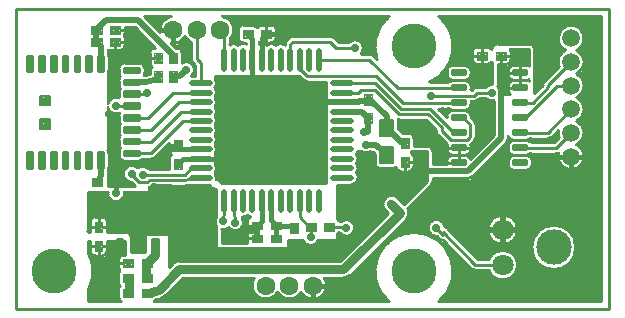
<source format=gtl>
*
*
G04 PADS 9.3.1 Build Number: 456998 generated Gerber (RS-274-X) file*
G04 PC Version=2.1*
*
%IN "air_ssi_1101_00_RELEASE"*%
*
%MOIN*%
*
%FSLAX35Y35*%
*
*
*
*
G04 PC Standard Apertures*
*
*
G04 Thermal Relief Aperture macro.*
%AMTER*
1,1,$1,0,0*
1,0,$1-$2,0,0*
21,0,$3,$4,0,0,45*
21,0,$3,$4,0,0,135*
%
*
*
G04 Annular Aperture macro.*
%AMANN*
1,1,$1,0,0*
1,0,$2,0,0*
%
*
*
G04 Odd Aperture macro.*
%AMODD*
1,1,$1,0,0*
1,0,$1-0.005,0,0*
%
*
*
G04 PC Custom Aperture Macros*
*
*
*
*
*
*
G04 PC Aperture Table*
*
%ADD010C,0.001*%
%ADD011C,0.004*%
%ADD012O,0.07874X0.01772*%
%ADD013O,0.01772X0.07874*%
%ADD014C,0.006*%
%ADD015C,0.06299*%
%ADD016C,0.15*%
%ADD017C,0.01181*%
%ADD018C,0.05906*%
%ADD019C,0.07087*%
%ADD020C,0.11811*%
%ADD021C,0.00787*%
%ADD022C,0.01*%
%ADD023C,0.03*%
%ADD024C,0.02*%
%ADD025C,0.016*%
%ADD026C,0.028*%
%ADD027C,0.015*%
%ADD028C,0.01969*%
*
*
*
*
G04 PC Circuitry*
G04 Layer Name air_ssi_1101_00_RELEASE - circuitry*
%LPD*%
*
*
G04 PC Custom Flashes*
G04 Layer Name air_ssi_1101_00_RELEASE - flashes*
%LPD*%
*
*
G04 PC Circuitry*
G04 Layer Name air_ssi_1101_00_RELEASE - circuitry*
%LPD*%
*
G54D10*
G54D11*
G01X128400Y194400D02*
Y191800D01*
X125000*
Y194400*
X128400*
X125000Y192000D02*
X128400D01*
X125000Y192400D02*
X128400D01*
X125000Y192800D02*
X128400D01*
X125000Y193200D02*
X128400D01*
X125000Y193600D02*
X128400D01*
X125000Y194000D02*
X128400D01*
X125000Y194400D02*
X128400D01*
X125200Y191800D02*
Y194400D01*
X125600Y191800D02*
Y194400D01*
X126000Y191800D02*
Y194400D01*
X126400Y191800D02*
Y194400D01*
X126800Y191800D02*
Y194400D01*
X127200Y191800D02*
Y194400D01*
X127600Y191800D02*
Y194400D01*
X128000Y191800D02*
Y194400D01*
X128400Y191800D02*
Y194400D01*
X134600D02*
Y191800D01*
X131200*
Y194400*
X134600*
X131200Y192000D02*
X134600D01*
X131200Y192400D02*
X134600D01*
X131200Y192800D02*
X134600D01*
X131200Y193200D02*
X134600D01*
X131200Y193600D02*
X134600D01*
X131200Y194000D02*
X134600D01*
X131200Y194400D02*
X134600D01*
X131200Y191800D02*
Y194400D01*
X131600Y191800D02*
Y194400D01*
X132000Y191800D02*
Y194400D01*
X132400Y191800D02*
Y194400D01*
X132800Y191800D02*
Y194400D01*
X133200Y191800D02*
Y194400D01*
X133600Y191800D02*
Y194400D01*
X134000Y191800D02*
Y194400D01*
X134400Y191800D02*
Y194400D01*
X128400Y190400D02*
Y187800D01*
X125000*
Y190400*
X128400*
X125000Y188000D02*
X128400D01*
X125000Y188400D02*
X128400D01*
X125000Y188800D02*
X128400D01*
X125000Y189200D02*
X128400D01*
X125000Y189600D02*
X128400D01*
X125000Y190000D02*
X128400D01*
X125000Y190400D02*
X128400D01*
X125200Y187800D02*
Y190400D01*
X125600Y187800D02*
Y190400D01*
X126000Y187800D02*
Y190400D01*
X126400Y187800D02*
Y190400D01*
X126800Y187800D02*
Y190400D01*
X127200Y187800D02*
Y190400D01*
X127600Y187800D02*
Y190400D01*
X128000Y187800D02*
Y190400D01*
X128400Y187800D02*
Y190400D01*
X134600D02*
Y187800D01*
X131200*
Y190400*
X134600*
X131200Y188000D02*
X134600D01*
X131200Y188400D02*
X134600D01*
X131200Y188800D02*
X134600D01*
X131200Y189200D02*
X134600D01*
X131200Y189600D02*
X134600D01*
X131200Y190000D02*
X134600D01*
X131200Y190400D02*
X134600D01*
X131200Y187800D02*
Y190400D01*
X131600Y187800D02*
Y190400D01*
X132000Y187800D02*
Y190400D01*
X132400Y187800D02*
Y190400D01*
X132800Y187800D02*
Y190400D01*
X133200Y187800D02*
Y190400D01*
X133600Y187800D02*
Y190400D01*
X134000Y187800D02*
Y190400D01*
X134400Y187800D02*
Y190400D01*
X146000Y179200D02*
X148600D01*
Y175800*
X146000*
Y179200*
Y176000D02*
X148600D01*
X146000Y176400D02*
X148600D01*
X146000Y176800D02*
X148600D01*
X146000Y177200D02*
X148600D01*
X146000Y177600D02*
X148600D01*
X146000Y178000D02*
X148600D01*
X146000Y178400D02*
X148600D01*
X146000Y178800D02*
X148600D01*
X146000Y179200D02*
X148600D01*
X146000Y175800D02*
Y179200D01*
X146400Y175800D02*
Y179200D01*
X146800Y175800D02*
Y179200D01*
X147200Y175800D02*
Y179200D01*
X147600Y175800D02*
Y179200D01*
X148000Y175800D02*
Y179200D01*
X148400Y175800D02*
Y179200D01*
X146000Y185400D02*
X148600D01*
Y182000*
X146000*
Y185400*
Y182000D02*
X148600D01*
X146000Y182400D02*
X148600D01*
X146000Y182800D02*
X148600D01*
X146000Y183200D02*
X148600D01*
X146000Y183600D02*
X148600D01*
X146000Y184000D02*
X148600D01*
X146000Y184400D02*
X148600D01*
X146000Y184800D02*
X148600D01*
X146000Y185200D02*
X148600D01*
X146000Y182000D02*
Y185400D01*
X146400Y182000D02*
Y185400D01*
X146800Y182000D02*
Y185400D01*
X147200Y182000D02*
Y185400D01*
X147600Y182000D02*
Y185400D01*
X148000Y182000D02*
Y185400D01*
X148400Y182000D02*
Y185400D01*
X128600Y143600D02*
Y141000D01*
X125200*
Y143600*
X128600*
X125200Y141200D02*
X128600D01*
X125200Y141600D02*
X128600D01*
X125200Y142000D02*
X128600D01*
X125200Y142400D02*
X128600D01*
X125200Y142800D02*
X128600D01*
X125200Y143200D02*
X128600D01*
X125200Y143600D02*
X128600D01*
X125200Y141000D02*
Y143600D01*
X125600Y141000D02*
Y143600D01*
X126000Y141000D02*
Y143600D01*
X126400Y141000D02*
Y143600D01*
X126800Y141000D02*
Y143600D01*
X127200Y141000D02*
Y143600D01*
X127600Y141000D02*
Y143600D01*
X128000Y141000D02*
Y143600D01*
X128400Y141000D02*
Y143600D01*
X134800D02*
Y141000D01*
X131400*
Y143600*
X134800*
X131400Y141200D02*
X134800D01*
X131400Y141600D02*
X134800D01*
X131400Y142000D02*
X134800D01*
X131400Y142400D02*
X134800D01*
X131400Y142800D02*
X134800D01*
X131400Y143200D02*
X134800D01*
X131400Y143600D02*
X134800D01*
X131600Y141000D02*
Y143600D01*
X132000Y141000D02*
Y143600D01*
X132400Y141000D02*
Y143600D01*
X132800Y141000D02*
Y143600D01*
X133200Y141000D02*
Y143600D01*
X133600Y141000D02*
Y143600D01*
X134000Y141000D02*
Y143600D01*
X134400Y141000D02*
Y143600D01*
X134800Y141000D02*
Y143600D01*
X153600Y182000D02*
X151000D01*
Y185400*
X153600*
Y182000*
X151000D02*
X153600D01*
X151000Y182400D02*
X153600D01*
X151000Y182800D02*
X153600D01*
X151000Y183200D02*
X153600D01*
X151000Y183600D02*
X153600D01*
X151000Y184000D02*
X153600D01*
X151000Y184400D02*
X153600D01*
X151000Y184800D02*
X153600D01*
X151000Y185200D02*
X153600D01*
X151200Y182000D02*
Y185400D01*
X151600Y182000D02*
Y185400D01*
X152000Y182000D02*
Y185400D01*
X152400Y182000D02*
Y185400D01*
X152800Y182000D02*
Y185400D01*
X153200Y182000D02*
Y185400D01*
X153600Y182000D02*
Y185400D01*
Y175800D02*
X151000D01*
Y179200*
X153600*
Y175800*
X151000Y176000D02*
X153600D01*
X151000Y176400D02*
X153600D01*
X151000Y176800D02*
X153600D01*
X151000Y177200D02*
X153600D01*
X151000Y177600D02*
X153600D01*
X151000Y178000D02*
X153600D01*
X151000Y178400D02*
X153600D01*
X151000Y178800D02*
X153600D01*
X151000Y179200D02*
X153600D01*
X151200Y175800D02*
Y179200D01*
X151600Y175800D02*
Y179200D01*
X152000Y175800D02*
Y179200D01*
X152400Y175800D02*
Y179200D01*
X152800Y175800D02*
Y179200D01*
X153200Y175800D02*
Y179200D01*
X153600Y175800D02*
Y179200D01*
X228200Y150800D02*
X230800D01*
Y147400*
X228200*
Y150800*
Y147600D02*
X230800D01*
X228200Y148000D02*
X230800D01*
X228200Y148400D02*
X230800D01*
X228200Y148800D02*
X230800D01*
X228200Y149200D02*
X230800D01*
X228200Y149600D02*
X230800D01*
X228200Y150000D02*
X230800D01*
X228200Y150400D02*
X230800D01*
X228200Y150800D02*
X230800D01*
X228400Y147400D02*
Y150800D01*
X228800Y147400D02*
Y150800D01*
X229200Y147400D02*
Y150800D01*
X229600Y147400D02*
Y150800D01*
X230000Y147400D02*
Y150800D01*
X230400Y147400D02*
Y150800D01*
X230800Y147400D02*
Y150800D01*
X228200Y157000D02*
X230800D01*
Y153600*
X228200*
Y157000*
Y153600D02*
X230800D01*
X228200Y154000D02*
X230800D01*
X228200Y154400D02*
X230800D01*
X228200Y154800D02*
X230800D01*
X228200Y155200D02*
X230800D01*
X228200Y155600D02*
X230800D01*
X228200Y156000D02*
X230800D01*
X228200Y156400D02*
X230800D01*
X228200Y156800D02*
X230800D01*
X228400Y153600D02*
Y157000D01*
X228800Y153600D02*
Y157000D01*
X229200Y153600D02*
Y157000D01*
X229600Y153600D02*
Y157000D01*
X230000Y153600D02*
Y157000D01*
X230400Y153600D02*
Y157000D01*
X230800Y153600D02*
Y157000D01*
X178800Y193000D02*
Y190400D01*
X175400*
Y193000*
X178800*
X175400Y190400D02*
X178800D01*
X175400Y190800D02*
X178800D01*
X175400Y191200D02*
X178800D01*
X175400Y191600D02*
X178800D01*
X175400Y192000D02*
X178800D01*
X175400Y192400D02*
X178800D01*
X175400Y192800D02*
X178800D01*
X175600Y190400D02*
Y193000D01*
X176000Y190400D02*
Y193000D01*
X176400Y190400D02*
Y193000D01*
X176800Y190400D02*
Y193000D01*
X177200Y190400D02*
Y193000D01*
X177600Y190400D02*
Y193000D01*
X178000Y190400D02*
Y193000D01*
X178400Y190400D02*
Y193000D01*
X178800Y190400D02*
Y193000D01*
X185000D02*
Y190400D01*
X181600*
Y193000*
X185000*
X181600Y190400D02*
X185000D01*
X181600Y190800D02*
X185000D01*
X181600Y191200D02*
X185000D01*
X181600Y191600D02*
X185000D01*
X181600Y192000D02*
X185000D01*
X181600Y192400D02*
X185000D01*
X181600Y192800D02*
X185000D01*
X181600Y190400D02*
Y193000D01*
X182000Y190400D02*
Y193000D01*
X182400Y190400D02*
Y193000D01*
X182800Y190400D02*
Y193000D01*
X183200Y190400D02*
Y193000D01*
X183600Y190400D02*
Y193000D01*
X184000Y190400D02*
Y193000D01*
X184400Y190400D02*
Y193000D01*
X184800Y190400D02*
Y193000D01*
X218600Y168100D02*
X216000D01*
Y171500*
X218600*
Y168100*
X216000Y168400D02*
X218600D01*
X216000Y168800D02*
X218600D01*
X216000Y169200D02*
X218600D01*
X216000Y169600D02*
X218600D01*
X216000Y170000D02*
X218600D01*
X216000Y170400D02*
X218600D01*
X216000Y170800D02*
X218600D01*
X216000Y171200D02*
X218600D01*
X216000Y168100D02*
Y171500D01*
X216400Y168100D02*
Y171500D01*
X216800Y168100D02*
Y171500D01*
X217200Y168100D02*
Y171500D01*
X217600Y168100D02*
Y171500D01*
X218000Y168100D02*
Y171500D01*
X218400Y168100D02*
Y171500D01*
X218600Y161900D02*
X216000D01*
Y165300*
X218600*
Y161900*
X216000Y162000D02*
X218600D01*
X216000Y162400D02*
X218600D01*
X216000Y162800D02*
X218600D01*
X216000Y163200D02*
X218600D01*
X216000Y163600D02*
X218600D01*
X216000Y164000D02*
X218600D01*
X216000Y164400D02*
X218600D01*
X216000Y164800D02*
X218600D01*
X216000Y165200D02*
X218600D01*
X216000Y161900D02*
Y165300D01*
X216400Y161900D02*
Y165300D01*
X216800Y161900D02*
Y165300D01*
X217200Y161900D02*
Y165300D01*
X217600Y161900D02*
Y165300D01*
X218000Y161900D02*
Y165300D01*
X218400Y161900D02*
Y165300D01*
X152500Y150000D02*
X155100D01*
Y146600*
X152500*
Y150000*
Y146800D02*
X155100D01*
X152500Y147200D02*
X155100D01*
X152500Y147600D02*
X155100D01*
X152500Y148000D02*
X155100D01*
X152500Y148400D02*
X155100D01*
X152500Y148800D02*
X155100D01*
X152500Y149200D02*
X155100D01*
X152500Y149600D02*
X155100D01*
X152500Y150000D02*
X155100D01*
X152800Y146600D02*
Y150000D01*
X153200Y146600D02*
Y150000D01*
X153600Y146600D02*
Y150000D01*
X154000Y146600D02*
Y150000D01*
X154400Y146600D02*
Y150000D01*
X154800Y146600D02*
Y150000D01*
X152500Y156200D02*
X155100D01*
Y152800*
X152500*
Y156200*
Y152800D02*
X155100D01*
X152500Y153200D02*
X155100D01*
X152500Y153600D02*
X155100D01*
X152500Y154000D02*
X155100D01*
X152500Y154400D02*
X155100D01*
X152500Y154800D02*
X155100D01*
X152500Y155200D02*
X155100D01*
X152500Y155600D02*
X155100D01*
X152500Y156000D02*
X155100D01*
X152800Y152800D02*
Y156200D01*
X153200Y152800D02*
Y156200D01*
X153600Y152800D02*
Y156200D01*
X154000Y152800D02*
Y156200D01*
X154400Y152800D02*
Y156200D01*
X154800Y152800D02*
Y156200D01*
X184800Y126500D02*
Y129100D01*
X188200*
Y126500*
X184800*
Y126800D02*
X188200D01*
X184800Y127200D02*
X188200D01*
X184800Y127600D02*
X188200D01*
X184800Y128000D02*
X188200D01*
X184800Y128400D02*
X188200D01*
X184800Y128800D02*
X188200D01*
X184800Y126500D02*
Y129100D01*
X185200Y126500D02*
Y129100D01*
X185600Y126500D02*
Y129100D01*
X186000Y126500D02*
Y129100D01*
X186400Y126500D02*
Y129100D01*
X186800Y126500D02*
Y129100D01*
X187200Y126500D02*
Y129100D01*
X187600Y126500D02*
Y129100D01*
X188000Y126500D02*
Y129100D01*
X178600Y126500D02*
Y129100D01*
X182000*
Y126500*
X178600*
Y126800D02*
X182000D01*
X178600Y127200D02*
X182000D01*
X178600Y127600D02*
X182000D01*
X178600Y128000D02*
X182000D01*
X178600Y128400D02*
X182000D01*
X178600Y128800D02*
X182000D01*
X178800Y126500D02*
Y129100D01*
X179200Y126500D02*
Y129100D01*
X179600Y126500D02*
Y129100D01*
X180000Y126500D02*
Y129100D01*
X180400Y126500D02*
Y129100D01*
X180800Y126500D02*
Y129100D01*
X181200Y126500D02*
Y129100D01*
X181600Y126500D02*
Y129100D01*
X182000Y126500D02*
Y129100D01*
X184800Y122200D02*
Y124800D01*
X188200*
Y122200*
X184800*
Y122400D02*
X188200D01*
X184800Y122800D02*
X188200D01*
X184800Y123200D02*
X188200D01*
X184800Y123600D02*
X188200D01*
X184800Y124000D02*
X188200D01*
X184800Y124400D02*
X188200D01*
X184800Y124800D02*
X188200D01*
X184800Y122200D02*
Y124800D01*
X185200Y122200D02*
Y124800D01*
X185600Y122200D02*
Y124800D01*
X186000Y122200D02*
Y124800D01*
X186400Y122200D02*
Y124800D01*
X186800Y122200D02*
Y124800D01*
X187200Y122200D02*
Y124800D01*
X187600Y122200D02*
Y124800D01*
X188000Y122200D02*
Y124800D01*
X178600Y122200D02*
Y124800D01*
X182000*
Y122200*
X178600*
Y122400D02*
X182000D01*
X178600Y122800D02*
X182000D01*
X178600Y123200D02*
X182000D01*
X178600Y123600D02*
X182000D01*
X178600Y124000D02*
X182000D01*
X178600Y124400D02*
X182000D01*
X178600Y124800D02*
X182000D01*
X178800Y122200D02*
Y124800D01*
X179200Y122200D02*
Y124800D01*
X179600Y122200D02*
Y124800D01*
X180000Y122200D02*
Y124800D01*
X180400Y122200D02*
Y124800D01*
X180800Y122200D02*
Y124800D01*
X181200Y122200D02*
Y124800D01*
X181600Y122200D02*
Y124800D01*
X182000Y122200D02*
Y124800D01*
X193800Y125300D02*
X191200D01*
Y128700*
X193800*
Y125300*
X191200Y125600D02*
X193800D01*
X191200Y126000D02*
X193800D01*
X191200Y126400D02*
X193800D01*
X191200Y126800D02*
X193800D01*
X191200Y127200D02*
X193800D01*
X191200Y127600D02*
X193800D01*
X191200Y128000D02*
X193800D01*
X191200Y128400D02*
X193800D01*
X191200Y125300D02*
Y128700D01*
X191600Y125300D02*
Y128700D01*
X192000Y125300D02*
Y128700D01*
X192400Y125300D02*
Y128700D01*
X192800Y125300D02*
Y128700D01*
X193200Y125300D02*
Y128700D01*
X193600Y125300D02*
Y128700D01*
X193800Y119100D02*
X191200D01*
Y122500*
X193800*
Y119100*
X191200Y119200D02*
X193800D01*
X191200Y119600D02*
X193800D01*
X191200Y120000D02*
X193800D01*
X191200Y120400D02*
X193800D01*
X191200Y120800D02*
X193800D01*
X191200Y121200D02*
X193800D01*
X191200Y121600D02*
X193800D01*
X191200Y122000D02*
X193800D01*
X191200Y122400D02*
X193800D01*
X191200Y119100D02*
Y122500D01*
X191600Y119100D02*
Y122500D01*
X192000Y119100D02*
Y122500D01*
X192400Y119100D02*
Y122500D01*
X192800Y119100D02*
Y122500D01*
X193200Y119100D02*
Y122500D01*
X193600Y119100D02*
Y122500D01*
X128700Y125600D02*
X126100D01*
Y129000*
X128700*
Y125600*
X126100D02*
X128700D01*
X126100Y126000D02*
X128700D01*
X126100Y126400D02*
X128700D01*
X126100Y126800D02*
X128700D01*
X126100Y127200D02*
X128700D01*
X126100Y127600D02*
X128700D01*
X126100Y128000D02*
X128700D01*
X126100Y128400D02*
X128700D01*
X126100Y128800D02*
X128700D01*
X126400Y125600D02*
Y129000D01*
X126800Y125600D02*
Y129000D01*
X127200Y125600D02*
Y129000D01*
X127600Y125600D02*
Y129000D01*
X128000Y125600D02*
Y129000D01*
X128400Y125600D02*
Y129000D01*
X128700Y119400D02*
X126100D01*
Y122800*
X128700*
Y119400*
X126100Y119600D02*
X128700D01*
X126100Y120000D02*
X128700D01*
X126100Y120400D02*
X128700D01*
X126100Y120800D02*
X128700D01*
X126100Y121200D02*
X128700D01*
X126100Y121600D02*
X128700D01*
X126100Y122000D02*
X128700D01*
X126100Y122400D02*
X128700D01*
X126100Y122800D02*
X128700D01*
X126400Y119400D02*
Y122800D01*
X126800Y119400D02*
Y122800D01*
X127200Y119400D02*
Y122800D01*
X127600Y119400D02*
Y122800D01*
X128000Y119400D02*
Y122800D01*
X128400Y119400D02*
Y122800D01*
X141800Y113900D02*
Y116500D01*
X145200*
Y113900*
X141800*
Y114000D02*
X145200D01*
X141800Y114400D02*
X145200D01*
X141800Y114800D02*
X145200D01*
X141800Y115200D02*
X145200D01*
X141800Y115600D02*
X145200D01*
X141800Y116000D02*
X145200D01*
X141800Y116400D02*
X145200D01*
X142000Y113900D02*
Y116500D01*
X142400Y113900D02*
Y116500D01*
X142800Y113900D02*
Y116500D01*
X143200Y113900D02*
Y116500D01*
X143600Y113900D02*
Y116500D01*
X144000Y113900D02*
Y116500D01*
X144400Y113900D02*
Y116500D01*
X144800Y113900D02*
Y116500D01*
X145200Y113900D02*
Y116500D01*
X135600Y113900D02*
Y116500D01*
X139000*
Y113900*
X135600*
Y114000D02*
X139000D01*
X135600Y114400D02*
X139000D01*
X135600Y114800D02*
X139000D01*
X135600Y115200D02*
X139000D01*
X135600Y115600D02*
X139000D01*
X135600Y116000D02*
X139000D01*
X135600Y116400D02*
X139000D01*
X135600Y113900D02*
Y116500D01*
X136000Y113900D02*
Y116500D01*
X136400Y113900D02*
Y116500D01*
X136800Y113900D02*
Y116500D01*
X137200Y113900D02*
Y116500D01*
X137600Y113900D02*
Y116500D01*
X138000Y113900D02*
Y116500D01*
X138400Y113900D02*
Y116500D01*
X138800Y113900D02*
Y116500D01*
X141800Y103900D02*
Y106500D01*
X145200*
Y103900*
X141800*
Y104000D02*
X145200D01*
X141800Y104400D02*
X145200D01*
X141800Y104800D02*
X145200D01*
X141800Y105200D02*
X145200D01*
X141800Y105600D02*
X145200D01*
X141800Y106000D02*
X145200D01*
X141800Y106400D02*
X145200D01*
X142000Y103900D02*
Y106500D01*
X142400Y103900D02*
Y106500D01*
X142800Y103900D02*
Y106500D01*
X143200Y103900D02*
Y106500D01*
X143600Y103900D02*
Y106500D01*
X144000Y103900D02*
Y106500D01*
X144400Y103900D02*
Y106500D01*
X144800Y103900D02*
Y106500D01*
X145200Y103900D02*
Y106500D01*
X135600Y103900D02*
Y106500D01*
X139000*
Y103900*
X135600*
Y104000D02*
X139000D01*
X135600Y104400D02*
X139000D01*
X135600Y104800D02*
X139000D01*
X135600Y105200D02*
X139000D01*
X135600Y105600D02*
X139000D01*
X135600Y106000D02*
X139000D01*
X135600Y106400D02*
X139000D01*
X135600Y103900D02*
Y106500D01*
X136000Y103900D02*
Y106500D01*
X136400Y103900D02*
Y106500D01*
X136800Y103900D02*
Y106500D01*
X137200Y103900D02*
Y106500D01*
X137600Y103900D02*
Y106500D01*
X138000Y103900D02*
Y106500D01*
X138400Y103900D02*
Y106500D01*
X138800Y103900D02*
Y106500D01*
X139000Y111500D02*
Y108900D01*
X135600*
Y111500*
X139000*
X135600Y109200D02*
X139000D01*
X135600Y109600D02*
X139000D01*
X135600Y110000D02*
X139000D01*
X135600Y110400D02*
X139000D01*
X135600Y110800D02*
X139000D01*
X135600Y111200D02*
X139000D01*
X135600Y108900D02*
Y111500D01*
X136000Y108900D02*
Y111500D01*
X136400Y108900D02*
Y111500D01*
X136800Y108900D02*
Y111500D01*
X137200Y108900D02*
Y111500D01*
X137600Y108900D02*
Y111500D01*
X138000Y108900D02*
Y111500D01*
X138400Y108900D02*
Y111500D01*
X138800Y108900D02*
Y111500D01*
X145200D02*
Y108900D01*
X141800*
Y111500*
X145200*
X141800Y109200D02*
X145200D01*
X141800Y109600D02*
X145200D01*
X141800Y110000D02*
X145200D01*
X141800Y110400D02*
X145200D01*
X141800Y110800D02*
X145200D01*
X141800Y111200D02*
X145200D01*
X142000Y108900D02*
Y111500D01*
X142400Y108900D02*
Y111500D01*
X142800Y108900D02*
Y111500D01*
X143200Y108900D02*
Y111500D01*
X143600Y108900D02*
Y111500D01*
X144000Y108900D02*
Y111500D01*
X144400Y108900D02*
Y111500D01*
X144800Y108900D02*
Y111500D01*
X145200Y108900D02*
Y111500D01*
X257000Y185700D02*
Y183100D01*
X253600*
Y185700*
X257000*
X253600Y183200D02*
X257000D01*
X253600Y183600D02*
X257000D01*
X253600Y184000D02*
X257000D01*
X253600Y184400D02*
X257000D01*
X253600Y184800D02*
X257000D01*
X253600Y185200D02*
X257000D01*
X253600Y185600D02*
X257000D01*
X253600Y183100D02*
Y185700D01*
X254000Y183100D02*
Y185700D01*
X254400Y183100D02*
Y185700D01*
X254800Y183100D02*
Y185700D01*
X255200Y183100D02*
Y185700D01*
X255600Y183100D02*
Y185700D01*
X256000Y183100D02*
Y185700D01*
X256400Y183100D02*
Y185700D01*
X256800Y183100D02*
Y185700D01*
X263200D02*
Y183100D01*
X259800*
Y185700*
X263200*
X259800Y183200D02*
X263200D01*
X259800Y183600D02*
X263200D01*
X259800Y184000D02*
X263200D01*
X259800Y184400D02*
X263200D01*
X259800Y184800D02*
X263200D01*
X259800Y185200D02*
X263200D01*
X259800Y185600D02*
X263200D01*
X260000Y183100D02*
Y185700D01*
X260400Y183100D02*
Y185700D01*
X260800Y183100D02*
Y185700D01*
X261200Y183100D02*
Y185700D01*
X261600Y183100D02*
Y185700D01*
X262000Y183100D02*
Y185700D01*
X262400Y183100D02*
Y185700D01*
X262800Y183100D02*
Y185700D01*
X263200Y183100D02*
Y185700D01*
X202600Y126100D02*
Y128700D01*
X206000*
Y126100*
X202600*
Y126400D02*
X206000D01*
X202600Y126800D02*
X206000D01*
X202600Y127200D02*
X206000D01*
X202600Y127600D02*
X206000D01*
X202600Y128000D02*
X206000D01*
X202600Y128400D02*
X206000D01*
X202800Y126100D02*
Y128700D01*
X203200Y126100D02*
Y128700D01*
X203600Y126100D02*
Y128700D01*
X204000Y126100D02*
Y128700D01*
X204400Y126100D02*
Y128700D01*
X204800Y126100D02*
Y128700D01*
X205200Y126100D02*
Y128700D01*
X205600Y126100D02*
Y128700D01*
X206000Y126100D02*
Y128700D01*
X196400Y126100D02*
Y128700D01*
X199800*
Y126100*
X196400*
Y126400D02*
X199800D01*
X196400Y126800D02*
X199800D01*
X196400Y127200D02*
X199800D01*
X196400Y127600D02*
X199800D01*
X196400Y128000D02*
X199800D01*
X196400Y128400D02*
X199800D01*
X196400Y126100D02*
Y128700D01*
X196800Y126100D02*
Y128700D01*
X197200Y126100D02*
Y128700D01*
X197600Y126100D02*
Y128700D01*
X198000Y126100D02*
Y128700D01*
X198400Y126100D02*
Y128700D01*
X198800Y126100D02*
Y128700D01*
X199200Y126100D02*
Y128700D01*
X199600Y126100D02*
Y128700D01*
G54D12*
X208622Y143752D03*
Y146902D03*
Y150051D03*
Y153201D03*
Y156350D03*
Y159500D03*
Y162650D03*
Y165799D03*
Y168949D03*
Y172098D03*
Y175248D03*
X161378D03*
Y172098D03*
Y168949D03*
Y165799D03*
Y162650D03*
Y159500D03*
Y156350D03*
Y153201D03*
Y150051D03*
Y146902D03*
Y143752D03*
G54D13*
X200748Y183122D03*
X197598D03*
X194449D03*
X191299D03*
X188150D03*
X185000D03*
X181850D03*
X178701D03*
X175551D03*
X172402D03*
X169252D03*
Y135878D03*
X172402D03*
X175551D03*
X178701D03*
X181850D03*
X185000D03*
X188150D03*
X191299D03*
X194449D03*
X197598D03*
X200748D03*
G54D14*
X225600Y157600D02*
X221200D01*
Y163000*
X225600*
Y157600*
X221200D02*
X225600D01*
X221200Y158200D02*
X225600D01*
X221200Y158800D02*
X225600D01*
X221200Y159400D02*
X225600D01*
X221200Y160000D02*
X225600D01*
X221200Y160600D02*
X225600D01*
X221200Y161200D02*
X225600D01*
X221200Y161800D02*
X225600D01*
X221200Y162400D02*
X225600D01*
X221200Y163000D02*
X225600D01*
X221200Y157600D02*
Y163000D01*
X221800Y157600D02*
Y163000D01*
X222400Y157600D02*
Y163000D01*
X223000Y157600D02*
Y163000D01*
X223600Y157600D02*
Y163000D01*
X224200Y157600D02*
Y163000D01*
X224800Y157600D02*
Y163000D01*
X225400Y157600D02*
Y163000D01*
X225600Y148600D02*
X221200D01*
Y154000*
X225600*
Y148600*
X221200D02*
X225600D01*
X221200Y149200D02*
X225600D01*
X221200Y149800D02*
X225600D01*
X221200Y150400D02*
X225600D01*
X221200Y151000D02*
X225600D01*
X221200Y151600D02*
X225600D01*
X221200Y152200D02*
X225600D01*
X221200Y152800D02*
X225600D01*
X221200Y153400D02*
X225600D01*
X221200Y154000D02*
X225600D01*
X221200Y148600D02*
Y154000D01*
X221800Y148600D02*
Y154000D01*
X222400Y148600D02*
Y154000D01*
X223000Y148600D02*
Y154000D01*
X223600Y148600D02*
Y154000D01*
X224200Y148600D02*
Y154000D01*
X224800Y148600D02*
Y154000D01*
X225400Y148600D02*
Y154000D01*
G54D15*
X183100Y107800D03*
X190974D03*
X198848D03*
X168000Y193000D03*
X160126D03*
X152252D03*
G54D16*
X112500Y112500D03*
X232500D03*
Y187500D03*
G54D17*
X135287Y119725D02*
X133713D01*
Y122875*
X135287*
Y119725*
X133713Y120079D02*
X135287D01*
X133713Y121260D02*
X135287D01*
X133713Y122441D02*
X135287D01*
X134252Y119725D02*
Y122875D01*
X141193Y119725D02*
X139618D01*
Y122875*
X141193*
Y119725*
X139618Y120079D02*
X141193D01*
X139618Y121260D02*
X141193D01*
X139618Y122441D02*
X141193D01*
X140157Y119725D02*
Y122875D01*
X147098Y119725D02*
X145524D01*
Y122875*
X147098*
Y119725*
X145524Y120079D02*
X147098D01*
X145524Y121260D02*
X147098D01*
X145524Y122441D02*
X147098D01*
X146063Y119725D02*
Y122875D01*
X245397Y178208D02*
Y179192D01*
X249531*
Y178208*
X245397*
Y179134D02*
X249531D01*
X246457Y178208D02*
Y179192D01*
X247638Y178208D02*
Y179192D01*
X248819Y178208D02*
Y179192D01*
X245397Y173208D02*
Y174192D01*
X249531*
Y173208*
X245397*
Y173228D02*
X249531D01*
X246457Y173208D02*
Y174192D01*
X247638Y173208D02*
Y174192D01*
X248819Y173208D02*
Y174192D01*
X245397Y168208D02*
Y169192D01*
X249531*
Y168208*
X245397*
Y168504D02*
X249531D01*
X246457Y168208D02*
Y169192D01*
X247638Y168208D02*
Y169192D01*
X248819Y168208D02*
Y169192D01*
X245397Y163208D02*
Y164192D01*
X249531*
Y163208*
X245397*
Y163780D02*
X249531D01*
X246457Y163208D02*
Y164192D01*
X247638Y163208D02*
Y164192D01*
X248819Y163208D02*
Y164192D01*
X245397Y158208D02*
Y159192D01*
X249531*
Y158208*
X245397*
Y159055D02*
X249531D01*
X246457Y158208D02*
Y159192D01*
X247638Y158208D02*
Y159192D01*
X248819Y158208D02*
Y159192D01*
X245397Y153208D02*
Y154192D01*
X249531*
Y153208*
X245397*
X246457D02*
Y154192D01*
X247638Y153208D02*
Y154192D01*
X248819Y153208D02*
Y154192D01*
X245397Y148208D02*
Y149192D01*
X249531*
Y148208*
X245397*
Y148425D02*
X249531D01*
X246457Y148208D02*
Y149192D01*
X247638Y148208D02*
Y149192D01*
X248819Y148208D02*
Y149192D01*
X265869Y148208D02*
Y149192D01*
X270003*
Y148208*
X265869*
Y148425D02*
X270003D01*
X266535Y148208D02*
Y149192D01*
X267717Y148208D02*
Y149192D01*
X268898Y148208D02*
Y149192D01*
X265869Y153208D02*
Y154192D01*
X270003*
Y153208*
X265869*
X266535D02*
Y154192D01*
X267717Y153208D02*
Y154192D01*
X268898Y153208D02*
Y154192D01*
X265869Y158208D02*
Y159192D01*
X270003*
Y158208*
X265869*
Y159055D02*
X270003D01*
X266535Y158208D02*
Y159192D01*
X267717Y158208D02*
Y159192D01*
X268898Y158208D02*
Y159192D01*
X265869Y163208D02*
Y164192D01*
X270003*
Y163208*
X265869*
Y163780D02*
X270003D01*
X266535Y163208D02*
Y164192D01*
X267717Y163208D02*
Y164192D01*
X268898Y163208D02*
Y164192D01*
X265869Y168208D02*
Y169192D01*
X270003*
Y168208*
X265869*
Y168504D02*
X270003D01*
X266535Y168208D02*
Y169192D01*
X267717Y168208D02*
Y169192D01*
X268898Y168208D02*
Y169192D01*
X265869Y173208D02*
Y174192D01*
X270003*
Y173208*
X265869*
Y173228D02*
X270003D01*
X266535Y173208D02*
Y174192D01*
X267717Y173208D02*
Y174192D01*
X268898Y173208D02*
Y174192D01*
X265869Y178208D02*
Y179192D01*
X270003*
Y178208*
X265869*
Y179134D02*
X270003D01*
X266535Y178208D02*
Y179192D01*
X267717Y178208D02*
Y179192D01*
X268898Y178208D02*
Y179192D01*
X105210Y147094D02*
X103990D01*
Y151819*
X105210*
Y147094*
X103990Y147244D02*
X105210D01*
X103990Y148425D02*
X105210D01*
X103990Y149606D02*
X105210D01*
X103990Y150787D02*
X105210D01*
X104724Y147094D02*
Y151819D01*
X109147Y147094D02*
X107927D01*
Y151819*
X109147*
Y147094*
X107927Y147244D02*
X109147D01*
X107927Y148425D02*
X109147D01*
X107927Y149606D02*
X109147D01*
X107927Y150787D02*
X109147D01*
X108268Y147094D02*
Y151819D01*
X113084Y147094D02*
X111864D01*
Y151819*
X113084*
Y147094*
X111864Y147244D02*
X113084D01*
X111864Y148425D02*
X113084D01*
X111864Y149606D02*
X113084D01*
X111864Y150787D02*
X113084D01*
X112992Y147094D02*
Y151819D01*
X117021Y147094D02*
X115801D01*
Y151819*
X117021*
Y147094*
X115801Y147244D02*
X117021D01*
X115801Y148425D02*
X117021D01*
X115801Y149606D02*
X117021D01*
X115801Y150787D02*
X117021D01*
X116535Y147094D02*
Y151819D01*
X120958Y147094D02*
X119738D01*
Y151819*
X120958*
Y147094*
X119738Y147244D02*
X120958D01*
X119738Y148425D02*
X120958D01*
X119738Y149606D02*
X120958D01*
X119738Y150787D02*
X120958D01*
X120079Y147094D02*
Y151819D01*
X124895Y147094D02*
X123675D01*
Y151819*
X124895*
Y147094*
X123675Y147244D02*
X124895D01*
X123675Y148425D02*
X124895D01*
X123675Y149606D02*
X124895D01*
X123675Y150787D02*
X124895D01*
X124803Y147094D02*
Y151819D01*
X128832Y147094D02*
X127612D01*
Y151819*
X128832*
Y147094*
X127612Y147244D02*
X128832D01*
X127612Y148425D02*
X128832D01*
X127612Y149606D02*
X128832D01*
X127612Y150787D02*
X128832D01*
X128346Y147094D02*
Y151819D01*
X132769Y147094D02*
X131549D01*
Y151819*
X132769*
Y147094*
X131549Y147244D02*
X132769D01*
X131549Y148425D02*
X132769D01*
X131549Y149606D02*
X132769D01*
X131549Y150787D02*
X132769D01*
X131890Y147094D02*
Y151819D01*
X140820Y152468D02*
Y151248D01*
X136096*
Y152468*
X140820*
X136096Y151969D02*
X140820D01*
X136614Y151248D02*
Y152468D01*
X137795Y151248D02*
Y152468D01*
X138976Y151248D02*
Y152468D01*
X140157Y151248D02*
Y152468D01*
X140820Y156405D02*
Y155185D01*
X136096*
Y156405*
X140820*
X136096Y155512D02*
X140820D01*
X136614Y155185D02*
Y156405D01*
X137795Y155185D02*
Y156405D01*
X138976Y155185D02*
Y156405D01*
X140157Y155185D02*
Y156405D01*
X140820Y160342D02*
Y159122D01*
X136096*
Y160342*
X140820*
X136096Y160236D02*
X140820D01*
X136614Y159122D02*
Y160342D01*
X137795Y159122D02*
Y160342D01*
X138976Y159122D02*
Y160342D01*
X140157Y159122D02*
Y160342D01*
X140820Y164279D02*
Y163059D01*
X136096*
Y164279*
X140820*
X136096Y163780D02*
X140820D01*
X136614Y163059D02*
Y164279D01*
X137795Y163059D02*
Y164279D01*
X138976Y163059D02*
Y164279D01*
X140157Y163059D02*
Y164279D01*
X140820Y168216D02*
Y166996D01*
X136096*
Y168216*
X140820*
X136096Y167323D02*
X140820D01*
X136614Y166996D02*
Y168216D01*
X137795Y166996D02*
Y168216D01*
X138976Y166996D02*
Y168216D01*
X140157Y166996D02*
Y168216D01*
X140820Y172153D02*
Y170933D01*
X136096*
Y172153*
X140820*
X136096Y172047D02*
X140820D01*
X136614Y170933D02*
Y172153D01*
X137795Y170933D02*
Y172153D01*
X138976Y170933D02*
Y172153D01*
X140157Y170933D02*
Y172153D01*
X140820Y176090D02*
Y174870D01*
X136096*
Y176090*
X140820*
X136096Y175591D02*
X140820D01*
X136614Y174870D02*
Y176090D01*
X137795Y174870D02*
Y176090D01*
X138976Y174870D02*
Y176090D01*
X140157Y174870D02*
Y176090D01*
X140820Y180027D02*
Y178807D01*
X136096*
Y180027*
X140820*
X136096Y179134D02*
X140820D01*
X136614Y178807D02*
Y180027D01*
X137795Y178807D02*
Y180027D01*
X138976Y178807D02*
Y180027D01*
X140157Y178807D02*
Y180027D01*
X132769Y179385D02*
X131549D01*
Y184110*
X132769*
Y179385*
X131549Y180315D02*
X132769D01*
X131549Y181496D02*
X132769D01*
X131549Y182677D02*
X132769D01*
X131549Y183858D02*
X132769D01*
X131890Y179385D02*
Y184110D01*
X128832Y179385D02*
X127612D01*
Y184110*
X128832*
Y179385*
X127612Y180315D02*
X128832D01*
X127612Y181496D02*
X128832D01*
X127612Y182677D02*
X128832D01*
X127612Y183858D02*
X128832D01*
X128346Y179385D02*
Y184110D01*
X124895Y179385D02*
X123675D01*
Y184110*
X124895*
Y179385*
X123675Y180315D02*
X124895D01*
X123675Y181496D02*
X124895D01*
X123675Y182677D02*
X124895D01*
X123675Y183858D02*
X124895D01*
X124803Y179385D02*
Y184110D01*
X120958Y179385D02*
X119738D01*
Y184110*
X120958*
Y179385*
X119738Y180315D02*
X120958D01*
X119738Y181496D02*
X120958D01*
X119738Y182677D02*
X120958D01*
X119738Y183858D02*
X120958D01*
X120079Y179385D02*
Y184110D01*
X117021Y179385D02*
X115801D01*
Y184110*
X117021*
Y179385*
X115801Y180315D02*
X117021D01*
X115801Y181496D02*
X117021D01*
X115801Y182677D02*
X117021D01*
X115801Y183858D02*
X117021D01*
X116535Y179385D02*
Y184110D01*
X113084Y179385D02*
X111864D01*
Y184110*
X113084*
Y179385*
X111864Y180315D02*
X113084D01*
X111864Y181496D02*
X113084D01*
X111864Y182677D02*
X113084D01*
X111864Y183858D02*
X113084D01*
X112992Y179385D02*
Y184110D01*
X109147Y179385D02*
X107927D01*
Y184110*
X109147*
Y179385*
X107927Y180315D02*
X109147D01*
X107927Y181496D02*
X109147D01*
X107927Y182677D02*
X109147D01*
X107927Y183858D02*
X109147D01*
X108268Y179385D02*
Y184110D01*
X105210Y179385D02*
X103990D01*
Y184110*
X105210*
Y179385*
X103990Y180315D02*
X105210D01*
X103990Y181496D02*
X105210D01*
X103990Y182677D02*
X105210D01*
X103990Y183858D02*
X105210D01*
X104724Y179385D02*
Y184110D01*
G54D18*
X284900Y190170D03*
Y182296D03*
Y174422D03*
Y166548D03*
Y158674D03*
Y150800D03*
G54D19*
X262092Y126406D03*
Y114594D03*
G54D20*
X279100Y120500D03*
G54D21*
X111096Y160126D02*
X107946D01*
Y163275*
X111096*
Y160126*
X107946Y160630D02*
X111096D01*
X107946Y161417D02*
X111096D01*
X107946Y162205D02*
X111096D01*
X107946Y162992D02*
X111096D01*
X108661Y160126D02*
Y163275D01*
X109449Y160126D02*
Y163275D01*
X110236Y160126D02*
Y163275D01*
X111024Y160126D02*
Y163275D01*
X111096Y167925D02*
X107946D01*
Y171074*
X111096*
Y167925*
X107946Y168504D02*
X111096D01*
X107946Y169291D02*
X111096D01*
X107946Y170079D02*
X111096D01*
X107946Y170866D02*
X111096D01*
X108661Y167925D02*
Y171074D01*
X109449Y167925D02*
Y171074D01*
X110236Y167925D02*
Y171074D01*
X111024Y167925D02*
Y171074D01*
G54D22*
X141283Y129698D02*
X139528D01*
Y121800*
X141283*
Y129698*
X140000Y121800D02*
Y129698D01*
X140500Y121800D02*
Y129698D01*
X141000Y121800D02*
Y129698D01*
X143843Y136447D02*
X143348Y136942D01*
X137463*
X136969Y136447*
Y127609*
X137463Y127115*
X143348*
X143843Y127609*
Y136447*
X137000Y127578D02*
Y136479D01*
X137500Y127115D02*
Y136942D01*
X138000Y127115D02*
Y136942D01*
X138500Y127115D02*
Y136942D01*
X139000Y127115D02*
Y136942D01*
X139500Y127115D02*
Y136942D01*
X140000Y127115D02*
Y136942D01*
X140500Y127115D02*
Y136942D01*
X141000Y127115D02*
Y136942D01*
X141500Y127115D02*
Y136942D01*
X142000Y127115D02*
Y136942D01*
X142500Y127115D02*
Y136942D01*
X143000Y127115D02*
Y136942D01*
X143500Y127267D02*
Y136790D01*
X198100Y123900D02*
Y127400D01*
X204300D02*
X209600D01*
X210000Y127000*
X240000D02*
X242200Y124800D01*
Y125600*
X253000Y114800*
X261887*
X262092Y114594*
X169000Y129200D02*
X169252Y132827D01*
Y135878*
X172402D02*
Y132827D01*
X173000Y128800*
X194400Y135829D02*
X194449Y135878D01*
Y130651*
X197700Y127400*
X198100*
X138400Y145000D02*
X138268Y144868D01*
X140936Y142200*
X143600*
X144500Y143100*
X151700*
X151900Y142900*
X156364*
X158391Y143552*
X159013Y143752*
X161378*
X142100Y144800D02*
X156225D01*
X158327Y146902*
X161378*
X138458Y155795D02*
X144800D01*
X154805Y165800*
X161377*
X161378Y165799*
X138458Y151858D02*
X144900D01*
X155700Y162658*
X161370*
X161378Y162650*
X267936Y153700D02*
X279926D01*
X284900Y158674*
X133200Y167800D02*
Y167638D01*
X138458*
Y167606*
Y163669D02*
X143900D01*
X152231Y172000*
X161280*
X161378Y172098*
X138458Y159732D02*
X144800D01*
X154068Y169000*
X161327*
X161378Y168949*
X247464Y163700D02*
X249039D01*
X251321Y161417*
X267936Y163700D02*
X269511D01*
X280233Y174422*
X267936Y158700D02*
X277052D01*
X284900Y166548*
X138458Y171543D02*
Y171603D01*
X143700*
Y171900*
X208622Y175248D02*
X219660D01*
X228108Y166800*
X237800*
X245900Y158700*
X247464*
X208622Y172098D02*
X213959D01*
X214761Y172900*
X219603*
X227503Y165000*
X237196*
X241714Y160482*
Y159358*
X244773Y156300*
X250155*
X251321Y157466*
Y161417*
X238100Y171100D02*
X252500D01*
X253500Y172100*
X258500*
X267936Y168700D02*
X272107D01*
X277300Y173893*
Y174696*
X284900Y182296*
X280168Y174422D02*
X280233D01*
X284900*
X191299Y183122D02*
Y188159D01*
X192140Y189000*
X204600*
X206600Y187000*
X212900*
X194449Y183122D02*
Y180071D01*
X196820Y177700*
X219769*
X228969Y168500*
X241342*
X241542Y168700*
X247464*
X200748Y183122D02*
X217622D01*
X227044Y173700*
X247464*
X160126Y193000D02*
Y183252D01*
X161378Y182000*
Y175248*
X168000Y193000D02*
X169252Y191748D01*
Y183122*
X286456Y120500D02*
G75*
G03X286456I-7356J0D01*
G01X267035Y126406D02*
G03X267035I-4943J0D01*
G01X236900Y142607D02*
Y152500D01*
X231962*
X231575Y152200D02*
G03X231962Y152500I-775J1400D01*
G01X232400Y150800D02*
G03X231575Y152200I-1600J0D01*
G01X232400Y150800D02*
Y147400D01*
X230800Y145800D02*
G03X232400Y147400I0J1600D01*
G01X230800Y145800D02*
X228200D01*
X226609Y147232D02*
G03X228200Y145800I1591J168D01*
G01X225600Y146900D02*
G03X226609Y147232I0J1700D01*
G01X225600Y146900D02*
X221200D01*
X219500Y148600D02*
G03X221200Y146900I1700J0D01*
G01X219500Y148600D02*
Y151744D01*
X218826Y152400*
X217842*
X214803Y152500D02*
G03X217842Y152400I1597J2300D01*
G01X214803Y152500D02*
X213849D01*
X213330Y151626D02*
G03X213849Y152500I-1657J1575D01*
G01X213330Y148476D02*
G03Y151626I-1657J1575D01*
G01Y145327D02*
G03Y148476I-1657J1575D01*
G01X211673Y141466D02*
G03X213330Y145327I0J2286D01*
G01X211673Y141466D02*
X206900D01*
Y130023*
X207483Y129300D02*
G03X206900Y130023I-1483J-600D01*
G01X207483Y129300D02*
X208403D01*
X207636Y125500D02*
G03X208403Y129300I2364J1500D01*
G01X207636Y125500D02*
X207483D01*
X206900Y124777D02*
G03X207483Y125500I-900J1323D01*
G01X206900Y124777D02*
Y123000D01*
X200751*
X195449D02*
G03X200751I2651J900D01*
G01X195449D02*
X190500D01*
Y120200*
X164200*
Y116100*
X207808*
X223888Y132011*
X222949Y132949*
X227051Y137051D02*
G03X222949Y132949I-2051J-2051D01*
G01X227051Y137051D02*
X229197Y134904D01*
X236900Y142607*
X135600Y118100D02*
X136277D01*
X136100Y118900D02*
G03X136277Y118100I1900J0D01*
G01X136100Y118900D02*
Y122700D01*
X130300*
Y119400*
X128700Y117800D02*
G03X130300Y119400I0J1600D01*
G01X128700Y117800D02*
X126100D01*
X124500Y119400D02*
G03X126100Y117800I1600J0D01*
G01X124500Y119400D02*
Y122700D01*
X124000*
Y118562*
Y106438D02*
G03Y118562I-11500J6062D01*
G01Y106438D02*
Y102500D01*
X133300*
Y113300*
X134117*
X134000Y113900D02*
G03X134117Y113300I1600J0D01*
G01X134000Y113900D02*
Y116500D01*
X135600Y118100D02*
G03X134000Y116500I0J-1600D01*
G01X203100Y141900D02*
Y175800D01*
X196820*
X195476Y176356D02*
G03X196820Y175800I1344J1344D01*
G01X195476Y176356D02*
X194233Y177600D01*
X166200*
Y176693*
Y173803D02*
G03Y176693I-1771J1445D01*
G01Y173803D02*
Y173544D01*
Y170653D02*
G03Y173544I-1771J1445D01*
G01Y170653D02*
Y170394D01*
Y167503D02*
G03Y170394I-1771J1446D01*
G01Y167503D02*
Y167245D01*
Y164354D02*
G03Y167245I-1771J1445D01*
G01Y164354D02*
Y164095D01*
Y161204D02*
G03Y164095I-1771J1446D01*
G01Y161204D02*
Y160945D01*
Y158055D02*
G03Y160945I-1771J1445D01*
G01Y158055D02*
Y157796D01*
Y154905D02*
G03Y157796I-1771J1445D01*
G01Y154905D02*
Y154646D01*
Y151755D02*
G03Y154646I-1771J1446D01*
G01Y151755D02*
Y151497D01*
Y148606D02*
G03Y151497I-1771J1445D01*
G01Y148606D02*
Y148347D01*
Y145456D02*
G03Y148347I-1771J1446D01*
G01Y145456D02*
Y145197D01*
X166646Y143194D02*
G03X166200Y145197I-2217J558D01*
G01X168303Y141900D02*
G03X166646Y143194I-1803J-600D01*
G01X168303Y141900D02*
X203100D01*
X270800Y181016D02*
Y186500D01*
X264586*
X264800Y185700D02*
G03X264586Y186500I-1600J0D01*
G01X264800Y185700D02*
Y183100D01*
X263200Y181500D02*
G03X264800Y183100I0J1600D01*
G01X263200Y181500D02*
X260400D01*
Y174157*
X261284Y171800D02*
G03X260400Y174157I-2784J300D01*
G01X261284Y171800D02*
X264462D01*
X263879Y173208D02*
G03X264462Y171800I1990J-0D01*
G01X263879Y173208D02*
Y174192D01*
X265869Y176183D02*
G03X263879Y174192I0J-1991D01*
G01X265869Y176183D02*
X270003D01*
X270800Y176016D02*
G03X270003Y176183I-797J-1824D01*
G01X270800Y176016D02*
Y176384D01*
X270003Y176217D02*
G03X270800Y176384I0J1991D01*
G01X270003Y176217D02*
X265869D01*
X263879Y178208D02*
G03X265869Y176217I1990J-0D01*
G01X263879Y178208D02*
Y179192D01*
X265869Y181183D02*
G03X263879Y179192I0J-1991D01*
G01X265869Y181183D02*
X270003D01*
X270800Y181016D02*
G03X270003Y181183I-797J-1824D01*
G01X166500Y130461D02*
Y140000D01*
X166200*
X164397Y141300D02*
G03X166200Y140000I1803J600D01*
G01X164397Y141300D02*
X157595D01*
X156946Y141091*
X156364Y141000D02*
G03X156946Y141091I0J1900D01*
G01X156364Y141000D02*
X151900D01*
X151051Y141200D02*
G03X151900Y141000I849J1700D01*
G01X151051Y141200D02*
X145287D01*
X144944Y140856*
X144300Y140434D02*
G03X144944Y140856I-700J1766D01*
G01X144300Y140434D02*
Y139000D01*
X135955*
X130445D02*
G03X135955I2755J-500D01*
G01X130445D02*
X123800D01*
Y125689*
X124000Y125700D02*
G03X123800Y125689I0J-1900D01*
G01X124000Y125700D02*
X124500D01*
Y129000*
X126100Y130600D02*
G03X124500Y129000I0J-1600D01*
G01X126100Y130600D02*
X128700D01*
X130300Y129000D02*
G03X128700Y130600I-1600J0D01*
G01X130300Y129000D02*
Y125700D01*
X136400*
X138300Y123800D02*
G03X136400Y125700I-1900J0D01*
G01X138300Y123800D02*
Y118900D01*
X142900*
Y124900*
X150900*
Y114000*
X150933*
X152184Y115251*
X154235Y116100D02*
G03X152184Y115251I-0J-2900D01*
G01X154235Y116100D02*
X166500D01*
Y127939*
Y130461D02*
G03Y127939I2500J-1261D01*
G01X295000Y102500D02*
Y197500D01*
X240807*
X237734Y175600D02*
G03X240807Y197500I-5234J11900D01*
G01X237734Y175600D02*
X243990D01*
X245397Y176183D02*
G03X243990Y175600I-0J-1991D01*
G01X245397Y176183D02*
X249531D01*
X251521Y174192D02*
G03X249531Y176183I-1990J0D01*
G01X251521Y174192D02*
Y173208D01*
X251510Y173000D02*
G03X251521Y173208I-1979J208D01*
G01X251510Y173000D02*
X251713D01*
X252156Y173444*
X253500Y174000D02*
G03X252156Y173444I0J-1900D01*
G01X253500Y174000D02*
X256443D01*
X258500Y174900D02*
G03X256443Y174000I0J-2800D01*
G01X258500Y174900D02*
Y182167D01*
X258400Y182325D02*
G03X258500Y182167I1400J775D01*
G01X257000Y181500D02*
G03X258400Y182325I0J1600D01*
G01X257000Y181500D02*
X253600D01*
X252000Y183100D02*
G03X253600Y181500I1600J0D01*
G01X252000Y183100D02*
Y185700D01*
X253600Y187300D02*
G03X252000Y185700I0J-1600D01*
G01X253600Y187300D02*
X257000D01*
X258400Y186475D02*
G03X257000Y187300I-1400J-775D01*
G01X258505Y186640D02*
G03X258400Y186475I1295J-940D01*
G01X260400Y188400D02*
G03X258505Y186640I0J-1900D01*
G01X260400Y188400D02*
X270800D01*
X272700Y186500D02*
G03X270800Y188400I-1900J0D01*
G01X272700Y186500D02*
Y171980D01*
X275400Y174680*
Y174696*
X275956Y176040D02*
G03X275400Y174696I1344J-1344D01*
G01X275956Y176040D02*
X280787Y180870D01*
X283043Y186233D02*
G03X280787Y180870I1857J-3937D01*
G01X286757Y186233D02*
G03X283043I-1857J3937D01*
G01X286757Y178359D02*
G03Y186233I-1857J3937D01*
G01Y170485D02*
G03Y178359I-1857J3937D01*
G01Y162611D02*
G03Y170485I-1857J3937D01*
G01Y154737D02*
G03Y162611I-1857J3937D01*
G01X280707Y151968D02*
G03X286757Y154737I4193J-1168D01*
G01X279926Y151800D02*
G03X280707Y151968I-0J1900D01*
G01X279926Y151800D02*
X271410D01*
X270003Y151217D02*
G03X271410Y151800I0J1991D01*
G01X270003Y151217D02*
X265869D01*
X263879Y153208D02*
G03X265869Y151217I1990J-0D01*
G01X263879Y153208D02*
Y154192D01*
X265869Y156183D02*
G03X263879Y154192I0J-1991D01*
G01X265869Y156183D02*
X270003D01*
X271410Y155600D02*
G03X270003Y156183I-1407J-1408D01*
G01X271410Y155600D02*
X279139D01*
X280787Y157248*
X280649Y159610D02*
G03X280787Y157248I4251J-936D01*
G01X280649Y159610D02*
X278395Y157356D01*
X277052Y156800D02*
G03X278395Y157356I-0J1900D01*
G01X277052Y156800D02*
X271410D01*
X270003Y156217D02*
G03X271410Y156800I0J1991D01*
G01X270003Y156217D02*
X265869D01*
X264000Y157524D02*
G03X265869Y156217I1869J684D01*
G01X264000Y157524D02*
Y157038D01*
X263297Y155341D02*
G03X264000Y157038I-1697J1697D01*
G01X263297Y155341D02*
X252159Y144203D01*
X250462Y143500D02*
G03X252159Y144203I0J2400D01*
G01X250462Y143500D02*
X238800D01*
Y142607*
X238244Y141264D02*
G03X238800Y142607I-1344J1343D01*
G01X238244Y141264D02*
X230481Y133501D01*
X230040Y129939D02*
G03X230481Y133501I-2040J2061D01*
G01X230040Y129939D02*
X211040Y111139D01*
X209000Y110300D02*
G03X211040Y111139I0J2900D01*
G01X209000Y110300D02*
X202649D01*
X194911Y105520D02*
G03X202649Y110300I3937J2280D01*
G01X187037Y105520D02*
G03X194911I3937J2280D01*
G01X179299Y110300D02*
G03X187037Y105520I3801J-2500D01*
G01X179299Y110300D02*
X155436D01*
X149551Y104415*
X148462Y103730D02*
G03X149551Y104415I-962J2735D01*
G01X148462Y103730D02*
X146563Y103062D01*
X145975Y102500D02*
G03X146563Y103062I-775J1400D01*
G01X145975Y102500D02*
X224193D01*
X240807D02*
G03X224193I-8307J10000D01*
G01X240807D02*
X295000D01*
X224193Y197500D02*
G03X220232Y183199I8307J-10000D01*
G01X224193Y197500D02*
X168670D01*
X171152Y189719D02*
G03X168670Y197500I-3152J3281D01*
G01X171152Y189719D02*
Y188087D01*
X173976Y187830D02*
G03X171152Y188087I-1574J-1657D01*
G01X176501Y188253D02*
G03X173976Y187830I-950J-2080D01*
G01X176501Y188253D02*
Y188800D01*
X175400*
X173800Y190400D02*
G03X175400Y188800I1600J0D01*
G01X173800Y190400D02*
Y193000D01*
X175400Y194600D02*
G03X173800Y193000I0J-1600D01*
G01X175400Y194600D02*
X178800D01*
X180200Y193775D02*
G03X178800Y194600I-1400J-775D01*
G01X181600D02*
G03X180200Y193775I0J-1600D01*
G01X181600Y194600D02*
X185000D01*
X186600Y193000D02*
G03X185000Y194600I-1600J0D01*
G01X186600Y193000D02*
Y190400D01*
X185000Y188800D02*
G03X186600Y190400I0J1600D01*
G01X185000Y188800D02*
X181600D01*
X180901Y188961D02*
G03X181600Y188800I699J1439D01*
G01X180901Y188961D02*
Y188253D01*
X183425Y187830D02*
G03X180901Y188253I-1575J-1657D01*
G01X186575Y187830D02*
G03X183425I-1575J-1657D01*
G01X189399Y188087D02*
G03X186575Y187830I-1249J-1914D01*
G01X189399Y188087D02*
Y188159D01*
X189956Y189503D02*
G03X189399Y188159I1343J-1344D01*
G01X189956Y189503D02*
X190797Y190344D01*
X192140Y190900D02*
G03X190797Y190344I0J-1900D01*
G01X192140Y190900D02*
X204600D01*
X205944Y190344D02*
G03X204600Y190900I-1344J-1344D01*
G01X205944Y190344D02*
X207387Y188900D01*
X210843*
X214882Y185022D02*
G03X210843Y188900I-1982J1978D01*
G01X214882Y185022D02*
X217622D01*
X218966Y184466D02*
G03X217622Y185022I-1344J-1344D01*
G01X218966Y184466D02*
X220232Y183199D01*
X159478Y177534D02*
Y181213D01*
X158782Y181908*
X158226Y183252D02*
G03X158782Y181908I1900J-0D01*
G01X158226Y183252D02*
Y188866D01*
X156189Y190720D02*
G03X158226Y188866I3937J2280D01*
G01X151640Y188492D02*
G03X156189Y190720I612J4508D01*
G01X151640Y188492D02*
X153131Y187000D01*
X153600*
X155200Y185400D02*
G03X153600Y187000I-1600J0D01*
G01X155200Y185400D02*
Y182125D01*
X158374Y177534D02*
G03X155200Y182125I-1774J2166D01*
G01X158374Y177534D02*
X159478D01*
X146000Y187000D02*
X146343D01*
X139443Y193900*
X136200*
Y191800*
X136039Y191100D02*
G03X136200Y191800I-1439J700D01*
G01Y190400D02*
G03X136039Y191100I-1600J0D01*
G01X136200Y190400D02*
Y187800D01*
X134600Y186200D02*
G03X136200Y187800I0J1600D01*
G01X134600Y186200D02*
X131200D01*
X130697Y186281D02*
G03X131200Y186200I503J1519D01*
G01X130622Y185793D02*
G03X130697Y186281I-2322J607D01*
G01X130622Y185793D02*
Y184981D01*
X130823Y184110D02*
G03X130622Y184981I-1991J-0D01*
G01X130823Y184110D02*
Y179385D01*
X130500Y178299D02*
G03X130823Y179385I-1668J1086D01*
G01X130500Y178299D02*
Y168542D01*
X134171Y170426D02*
G03X130500Y168542I-971J-2626D01*
G01X134105Y170933D02*
G03X134171Y170426I1991J-0D01*
G01X134105Y170933D02*
Y172153D01*
X134641Y173511D02*
G03X134105Y172153I1455J-1358D01*
G01Y174870D02*
G03X134641Y173511I1991J-0D01*
G01X134105Y174870D02*
Y176090D01*
X134641Y177448D02*
G03X134105Y176090I1455J-1358D01*
G01Y178807D02*
G03X134641Y177448I1991J-0D01*
G01X134105Y178807D02*
Y180027D01*
X136096Y182018D02*
G03X134105Y180027I0J-1991D01*
G01X136096Y182018D02*
X140820D01*
X142811Y180027D02*
G03X140820Y182018I-1991J0D01*
G01X142811Y180027D02*
Y178807D01*
X142582Y177880D02*
G03X142811Y178807I-1762J927D01*
G01X142582Y177880D02*
X142907D01*
X144400Y178355*
Y179200*
X145225Y180600D02*
G03X144400Y179200I775J-1400D01*
G01Y182000D02*
G03X145225Y180600I1600J0D01*
G01X144400Y182000D02*
Y185400D01*
X146000Y187000D02*
G03X144400Y185400I0J-1600D01*
G01X151582Y197500D02*
G03X147744Y192388I670J-4500D01*
G01X151582Y197500D02*
X142631D01*
X147744Y192388*
X135600Y118100D02*
X136277D01*
X136100Y118900D02*
G03X136277Y118100I1900J0D01*
G01X136100Y118900D02*
Y122700D01*
X130500*
Y102500*
X134825*
X134000Y103900D02*
G03X134825Y102500I1600J0D01*
G01X134000Y103900D02*
Y106500D01*
X134542Y107700D02*
G03X134000Y106500I1058J-1200D01*
G01Y108900D02*
G03X134542Y107700I1600J0D01*
G01X134000Y108900D02*
Y111500D01*
X134542Y112700D02*
G03X134000Y111500I1058J-1200D01*
G01Y113900D02*
G03X134542Y112700I1600J0D01*
G01X134000Y113900D02*
Y116500D01*
X135600Y118100D02*
G03X134000Y116500I0J-1600D01*
G01X151725Y151400D02*
G03X150900Y150000I775J-1400D01*
G01Y152800D02*
G03X151725Y151400I1600J0D01*
G01X150900Y152800D02*
Y155171D01*
X146244Y150514*
X144900Y149958D02*
G03X146244Y150514I0J1900D01*
G01X144900Y149958D02*
X142337D01*
X140820Y149257D02*
G03X142337Y149958I0J1991D01*
G01X140820Y149257D02*
X136096D01*
X134105Y151248D02*
G03X136096Y149257I1991J-0D01*
G01X134105Y151248D02*
Y152468D01*
X134641Y153826D02*
G03X134105Y152468I1455J-1358D01*
G01Y155185D02*
G03X134641Y153826I1991J-0D01*
G01X134105Y155185D02*
Y156405D01*
X134641Y157763D02*
G03X134105Y156405I1455J-1358D01*
G01Y159122D02*
G03X134641Y157763I1991J-0D01*
G01X134105Y159122D02*
Y160342D01*
X134641Y161700D02*
G03X134105Y160342I1455J-1358D01*
G01Y163059D02*
G03X134641Y161700I1991J-0D01*
G01X134105Y163059D02*
Y164279D01*
X134359Y165251D02*
G03X134105Y164279I1737J-972D01*
G01X130500Y167058D02*
G03X134359Y165251I2700J742D01*
G01X130500Y167058D02*
Y152905D01*
X130823Y151819D02*
G03X130500Y152905I-1991J-0D01*
G01X130823Y151819D02*
Y147094D01*
X130600Y146179D02*
G03X130823Y147094I-1768J915D01*
G01X130600Y146179D02*
Y146100D01*
X130583Y145811D02*
G03X130600Y146100I-2383J289D01*
G01X130583Y145811D02*
X130500Y145130D01*
Y140900*
X139548*
X138244Y142204*
X140363Y146996D02*
G03X138244Y142204I-1963J-1996D01*
G01X144157Y146700D02*
G03X140363Y146996I-2057J-1900D01*
G01X144157Y146700D02*
X150900D01*
Y150000*
X178102Y130621D02*
G03X177000Y129100I498J-1521D01*
G01X177126Y131170D02*
G03X178102Y130621I1575J1657D01*
G01X175167Y130573D02*
G03X177126Y131170I384J2254D01*
G01X170806Y127060D02*
G03X175167Y130573I2194J1740D01*
G01X168400Y126465D02*
G03X170806Y127060I600J2735D01*
G01X168400Y126465D02*
Y122100D01*
X177003*
X177000Y122200D02*
G03X177003Y122100I1600J0D01*
G01X177000Y122200D02*
Y124800D01*
X177244Y125650D02*
G03X177000Y124800I1356J-850D01*
G01Y126500D02*
G03X177244Y125650I1600J0D01*
G01X177000Y126500D02*
Y129100D01*
X259200Y158032D02*
Y169389D01*
X256443Y170200D02*
G03X259200Y169389I2057J1900D01*
G01X256443Y170200D02*
X254287D01*
X253844Y169756*
X252500Y169200D02*
G03X253844Y169756I0J1900D01*
G01X252500Y169200D02*
X251521D01*
Y169192D02*
G03Y169200I-1990J0D01*
G01Y169192D02*
Y168208D01*
X249531Y166217D02*
G03X251521Y168208I-0J1991D01*
G01X249531Y166217D02*
X245397D01*
X243990Y166800D02*
G03X245397Y166217I1407J1408D01*
G01X243990Y166800D02*
X242190D01*
X241342Y166600D02*
G03X242190Y166800I-0J1900D01*
G01X241342Y166600D02*
X240687D01*
X243406Y163881*
Y164192*
X245397Y166183D02*
G03X243406Y164192I-0J-1991D01*
G01X245397Y166183D02*
X249531D01*
X251521Y164192D02*
G03X249531Y166183I-1990J0D01*
G01X251521Y164192D02*
Y163904D01*
X252665Y162761*
X253221Y161417D02*
G03X252665Y162761I-1900J0D01*
G01X253221Y161417D02*
Y157466D01*
X252665Y156123D02*
G03X253221Y157466I-1344J1343D01*
G01X252665Y156123D02*
X251499Y154956D01*
X251403Y154867D02*
G03X251499Y154956I-1248J1433D01*
G01X251521Y154192D02*
G03X251403Y154867I-1990J0D01*
G01X251521Y154192D02*
Y153208D01*
X249531Y151217D02*
G03X251521Y153208I-0J1991D01*
G01X249531Y151217D02*
X245397D01*
X243406Y153208D02*
G03X245397Y151217I1991J-0D01*
G01X243406Y153208D02*
Y154192D01*
X243524Y154867D02*
G03X243406Y154192I1873J-675D01*
G01X243429Y154956D02*
G03X243524Y154867I1344J1344D01*
G01X243429Y154956D02*
X240371Y158015D01*
X239814Y159358D02*
G03X240371Y158015I1900J0D01*
G01X239814Y159358D02*
Y159695D01*
X236409Y163100*
X227503*
X227296Y163111D02*
G03X227503Y163100I207J1889D01*
G01X227300Y163000D02*
G03X227296Y163111I-1700J0D01*
G01X227300Y163000D02*
Y160094D01*
X228794Y158600*
X230800*
X232400Y157000D02*
G03X230800Y158600I-1600J0D01*
G01X232400Y157000D02*
Y154400D01*
X236900*
X238800Y152500D02*
G03X236900Y154400I-1900J0D01*
G01X238800Y152500D02*
Y148300D01*
X243406*
Y149192*
X245397Y151183D02*
G03X243406Y149192I-0J-1991D01*
G01X245397Y151183D02*
X249531D01*
X251290Y150122D02*
G03X249531Y151183I-1759J-930D01*
G01X251290Y150122D02*
X259200Y158032D01*
X286456Y120500D02*
G03X286456I-7356J0D01*
G01X257448Y112900D02*
G03X257620Y116700I4644J1694D01*
G01X257448Y112900D02*
X253000D01*
X251656Y113456D02*
G03X253000Y112900I1344J1344D01*
G01X251656Y113456D02*
X242213Y122900D01*
X240856Y123456D02*
G03X242213Y122900I1344J1344D01*
G01X240856Y123456D02*
X240111Y124202D01*
X242769Y127413D02*
G03X240111Y124202I-2769J-413D01*
G01X243544Y126944D02*
G03X242769Y127413I-1344J-1344D01*
G01X243544Y126944D02*
X253787Y116700D01*
X257620*
X267035Y126406D02*
G03X267035I-4943J0D01*
G01X271994Y149192D02*
Y148208D01*
X270003Y146217D02*
G03X271994Y148208I0J1991D01*
G01X270003Y146217D02*
X265869D01*
X263879Y148208D02*
G03X265869Y146217I1990J-0D01*
G01X263879Y148208D02*
Y149192D01*
X265869Y151183D02*
G03X263879Y149192I0J-1991D01*
G01X265869Y151183D02*
X270003D01*
X271994Y149192D02*
G03X270003Y151183I-1991J0D01*
G01X251521Y179192D02*
Y178208D01*
X249531Y176217D02*
G03X251521Y178208I-0J1991D01*
G01X249531Y176217D02*
X245397D01*
X243406Y178208D02*
G03X245397Y176217I1991J-0D01*
G01X243406Y178208D02*
Y179192D01*
X245397Y181183D02*
G03X243406Y179192I-0J-1991D01*
G01X245397Y181183D02*
X249531D01*
X251521Y179192D02*
G03X249531Y181183I-1990J0D01*
G01X231735Y152099D02*
X236900D01*
X232350Y151199D02*
X236900D01*
X232400Y150299D02*
X236900D01*
X232400Y149399D02*
X236900D01*
X232400Y148499D02*
X236900D01*
X232400Y147599D02*
X236900D01*
X232238Y146699D02*
X236900D01*
X213675Y145799D02*
X236900D01*
X213651Y144899D02*
X236900D01*
X213946Y143999D02*
X236900D01*
X213864Y143099D02*
X236900D01*
X213350Y142199D02*
X236492D01*
X206900Y141299D02*
X235592D01*
X206900Y140399D02*
X234692D01*
X206900Y139499D02*
X233792D01*
X206900Y138599D02*
X232892D01*
X226062Y137699D02*
X231992D01*
X227303Y136799D02*
X231092D01*
X228203Y135899D02*
X230192D01*
X229103Y134999D02*
X229292D01*
X213950Y146699D02*
X226762D01*
X206900Y137699D02*
X223938D01*
X206900Y132299D02*
X223600D01*
X206900Y131399D02*
X223269D01*
X206900Y133199D02*
X222727D01*
X206900Y136799D02*
X222725D01*
X206900Y130499D02*
X222360D01*
X206900Y134099D02*
X222244D01*
X206900Y135899D02*
X222243D01*
X206900Y134999D02*
X222100D01*
X211043Y129599D02*
X221450D01*
X212226Y128699D02*
X220540D01*
X213850Y147599D02*
X219826D01*
X212684Y127799D02*
X219631D01*
X213351Y148499D02*
X219503D01*
X213650Y151199D02*
X219500D01*
X213946Y150299D02*
X219500D01*
X213864Y149399D02*
X219500D01*
X217137Y152099D02*
X219136D01*
X212798Y126899D02*
X218721D01*
X212615Y125999D02*
X217812D01*
X212056Y125099D02*
X216902D01*
X206900Y124199D02*
X215993D01*
X213676Y152099D02*
X215663D01*
X206900Y123299D02*
X215083D01*
X200464Y122399D02*
X214173D01*
X199540Y121499D02*
X213264D01*
X190500Y120599D02*
X212354D01*
X164200Y119699D02*
X211445D01*
X164200Y118799D02*
X210535D01*
X164200Y117899D02*
X209626D01*
X207324Y129599D02*
X208957D01*
X164200Y116999D02*
X208716D01*
X207248Y125099D02*
X207944D01*
X190500Y121499D02*
X196660D01*
X190500Y122399D02*
X195736D01*
X130300Y122499D02*
X136100D01*
X130300Y121599D02*
X136100D01*
X130300Y120699D02*
X136100D01*
X130300Y119799D02*
X136100D01*
X130219Y118899D02*
X136100D01*
X129472Y117999D02*
X135040D01*
X124659Y117099D02*
X134116D01*
X125462Y113499D02*
X134051D01*
X124963Y116199D02*
X134000D01*
X125195Y115299D02*
X134000D01*
X125361Y114399D02*
X134000D01*
X125500Y112599D02*
X133300D01*
X125475Y111699D02*
X133300D01*
X125388Y110799D02*
X133300D01*
X125237Y109899D02*
X133300D01*
X125020Y108999D02*
X133300D01*
X124732Y108099D02*
X133300D01*
X124370Y107199D02*
X133300D01*
X124000Y106299D02*
X133300D01*
X124000Y105399D02*
X133300D01*
X124000Y104499D02*
X133300D01*
X124000Y103599D02*
X133300D01*
X124000Y102699D02*
X133300D01*
X124280Y117999D02*
X125328D01*
X124000Y118899D02*
X124581D01*
X124000Y122499D02*
X124500D01*
X124000Y121599D02*
X124500D01*
X124000Y120699D02*
X124500D01*
X124000Y119799D02*
X124500D01*
X166714Y175199D02*
X203100D01*
X166509Y174299D02*
X203100D01*
X166309Y173399D02*
X203100D01*
X166680Y172499D02*
X203100D01*
X166660Y171599D02*
X203100D01*
X166236Y170699D02*
X203100D01*
X166551Y169799D02*
X203100D01*
X166714Y168899D02*
X203100D01*
X166508Y167999D02*
X203100D01*
X166310Y167099D02*
X203100D01*
X166680Y166199D02*
X203100D01*
X166660Y165299D02*
X203100D01*
X166236Y164399D02*
X203100D01*
X166551Y163499D02*
X203100D01*
X166714Y162599D02*
X203100D01*
X166508Y161699D02*
X203100D01*
X166310Y160799D02*
X203100D01*
X166680Y159899D02*
X203100D01*
X166659Y158999D02*
X203100D01*
X166235Y158099D02*
X203100D01*
X166552Y157199D02*
X203100D01*
X166714Y156299D02*
X203100D01*
X166507Y155399D02*
X203100D01*
X166311Y154499D02*
X203100D01*
X166680Y153599D02*
X203100D01*
X166659Y152699D02*
X203100D01*
X166234Y151799D02*
X203100D01*
X166552Y150899D02*
X203100D01*
X166714Y149999D02*
X203100D01*
X166507Y149099D02*
X203100D01*
X166311Y148199D02*
X203100D01*
X166680Y147299D02*
X203100D01*
X166659Y146399D02*
X203100D01*
X166234Y145499D02*
X203100D01*
X166552Y144599D02*
X203100D01*
X166714Y143699D02*
X203100D01*
X167668Y142799D02*
X203100D01*
X166551Y176099D02*
X195797D01*
X166200Y176999D02*
X194834D01*
X264720Y186199D02*
X270800D01*
X264800Y185299D02*
X270800D01*
X264800Y184399D02*
X270800D01*
X264800Y183499D02*
X270800D01*
X264719Y182599D02*
X270800D01*
X263972Y181699D02*
X270800D01*
X270567Y176299D02*
X270800D01*
X260400D02*
X265306D01*
X260400Y180799D02*
X264694D01*
X260400Y175399D02*
X264286D01*
X260400Y177199D02*
X264154D01*
X260400Y179899D02*
X264008D01*
X261235Y172699D02*
X263945D01*
X260400Y174499D02*
X263902D01*
X260400Y178099D02*
X263882D01*
X260400Y178999D02*
X263879D01*
X260865Y173599D02*
X263879D01*
X144300Y139199D02*
X166500D01*
X135993Y138299D02*
X166500D01*
X135774Y137399D02*
X166500D01*
X135158Y136499D02*
X166500D01*
X123800Y135599D02*
X166500D01*
X123800Y134699D02*
X166500D01*
X123800Y133799D02*
X166500D01*
X123800Y132899D02*
X166500D01*
X123800Y131999D02*
X166500D01*
X123800Y131099D02*
X166500D01*
X130300Y127499D02*
X166500D01*
X130300Y126599D02*
X166500D01*
X136471Y125699D02*
X166500D01*
X150900Y124799D02*
X166500D01*
X150900Y123899D02*
X166500D01*
X150900Y122999D02*
X166500D01*
X150900Y122099D02*
X166500D01*
X150900Y121199D02*
X166500D01*
X150900Y120299D02*
X166500D01*
X150900Y119399D02*
X166500D01*
X150900Y118499D02*
X166500D01*
X150900Y117599D02*
X166500D01*
X150900Y116699D02*
X166500D01*
X129760Y130199D02*
X166384D01*
X130300Y128399D02*
X166317D01*
X130272Y129299D02*
X166202D01*
X144300Y140099D02*
X165596D01*
X145086Y140999D02*
X164527D01*
X150900Y115799D02*
X152947D01*
X150900Y114899D02*
X151832D01*
X138016Y124799D02*
X142900D01*
X138297Y123899D02*
X142900D01*
X138300Y122999D02*
X142900D01*
X138300Y122099D02*
X142900D01*
X138300Y121199D02*
X142900D01*
X138300Y120299D02*
X142900D01*
X138300Y119399D02*
X142900D01*
X123800Y136499D02*
X131242D01*
X123800Y137399D02*
X130626D01*
X123800Y138299D02*
X130407D01*
X123800Y130199D02*
X125040D01*
X123800Y129299D02*
X124528D01*
X123800Y128399D02*
X124500D01*
X123800Y127499D02*
X124500D01*
X123800Y126599D02*
X124500D01*
X123800Y125699D02*
X123929D01*
X251521Y168899D02*
X259200D01*
X251510Y167999D02*
X259200D01*
X251184Y167099D02*
X259200D01*
X241088Y166199D02*
X259200D01*
X251185Y165299D02*
X259200D01*
X251511Y164399D02*
X259200D01*
X251927Y163499D02*
X259200D01*
X252809Y162599D02*
X259200D01*
X253200Y161699D02*
X259200D01*
X253221Y160799D02*
X259200D01*
X253221Y159899D02*
X259200D01*
X253221Y158999D02*
X259200D01*
X253221Y158099D02*
X259200D01*
X253202Y157199D02*
X258367D01*
X252820Y156299D02*
X257467D01*
X253886Y169799D02*
X256905D01*
X251941Y155399D02*
X256567D01*
X251498Y154499D02*
X255667D01*
X251521Y153599D02*
X254767D01*
X251455Y152699D02*
X253867D01*
X250937Y151799D02*
X252967D01*
X250555Y150899D02*
X252067D01*
X238800D02*
X244372D01*
X238800Y151799D02*
X243991D01*
X241988Y165299D02*
X243742D01*
X238800Y149999D02*
X243577D01*
X238790Y152699D02*
X243473D01*
X232400Y154499D02*
X243430D01*
X242888Y164399D02*
X243417D01*
X238450Y153599D02*
X243406D01*
X238800Y149099D02*
X243406D01*
X232400Y155399D02*
X242987D01*
X232400Y156299D02*
X242087D01*
X232388Y157199D02*
X241187D01*
X231963Y158099D02*
X240292D01*
X228395Y158999D02*
X239849D01*
X227495Y159899D02*
X239610D01*
X227300Y160799D02*
X238710D01*
X227300Y161699D02*
X237810D01*
X227300Y162599D02*
X236910D01*
X175426Y130199D02*
X177437D01*
X168400Y125699D02*
X177215D01*
X177047Y131099D02*
X177205D01*
X175755Y129299D02*
X177012D01*
X175771Y128399D02*
X177000D01*
X175479Y127499D02*
X177000D01*
X174730Y126599D02*
X177000D01*
X168400Y124799D02*
X177000D01*
X168400Y123899D02*
X177000D01*
X168400Y122999D02*
X177000D01*
X170036Y126599D02*
X171270D01*
X147528Y151799D02*
X151252D01*
X146628Y150899D02*
X151176D01*
X148428Y152699D02*
X150903D01*
X150228Y154499D02*
X150900D01*
X149328Y153599D02*
X150900D01*
X145292Y149999D02*
X150900D01*
X130823Y149099D02*
X150900D01*
X130823Y148199D02*
X150900D01*
X143364Y147299D02*
X150900D01*
X139999D02*
X140836D01*
X130500Y140999D02*
X139450D01*
X130500Y141899D02*
X138550D01*
X130823Y147299D02*
X136801D01*
X130500Y142799D02*
X136670D01*
X130697Y146399D02*
X135974D01*
X130500Y143699D02*
X135921D01*
X130545Y145499D02*
X135645D01*
X130500Y144599D02*
X135629D01*
X130500Y161699D02*
X134639D01*
X130823Y149999D02*
X134546D01*
X130500Y153599D02*
X134458D01*
X130500Y158099D02*
X134388D01*
X130500Y157199D02*
X134271D01*
X130500Y154499D02*
X134227D01*
X130500Y162599D02*
X134159D01*
X130500Y160799D02*
X134159D01*
X130823Y150899D02*
X134136D01*
X130618Y152699D02*
X134119D01*
X130500Y158999D02*
X134109D01*
X130500Y164399D02*
X134109D01*
X130500Y163499D02*
X134105D01*
X130500Y159899D02*
X134105D01*
X130500Y156299D02*
X134105D01*
X130500Y155399D02*
X134105D01*
X130823Y151799D02*
X134105D01*
X130500Y165299D02*
X131942D01*
X130500Y166199D02*
X130903D01*
X130500Y118499D02*
X136143D01*
X130500Y122099D02*
X136100D01*
X130500Y121199D02*
X136100D01*
X130500Y120299D02*
X136100D01*
X130500Y119399D02*
X136100D01*
X130500Y107699D02*
X134540D01*
X130500Y117599D02*
X134437D01*
X130500Y113099D02*
X134215D01*
X130500Y103199D02*
X134162D01*
X130500Y112199D02*
X134161D01*
X130500Y108599D02*
X134029D01*
X130500Y106799D02*
X134028D01*
X130500Y116699D02*
X134012D01*
X130500Y115799D02*
X134000D01*
X130500Y114899D02*
X134000D01*
X130500Y113999D02*
X134000D01*
X130500Y111299D02*
X134000D01*
X130500Y110399D02*
X134000D01*
X130500Y109499D02*
X134000D01*
X130500Y105899D02*
X134000D01*
X130500Y104999D02*
X134000D01*
X130500Y104099D02*
X134000D01*
X143333Y196799D02*
X149748D01*
X144233Y195899D02*
X148745D01*
X145133Y194999D02*
X148165D01*
X146033Y194099D02*
X147837D01*
X146933Y193199D02*
X147707D01*
X136200Y187799D02*
X145544D01*
X135922Y186899D02*
X145440D01*
X142727Y180599D02*
X145223D01*
X136200Y188699D02*
X144644D01*
X130666Y185999D02*
X144516D01*
X142161Y181499D02*
X144481D01*
X142811Y179699D02*
X144480D01*
X130622Y185099D02*
X144400D01*
X130821Y184199D02*
X144400D01*
X130823Y183299D02*
X144400D01*
X130823Y182399D02*
X144400D01*
X142811Y178799D02*
X144400D01*
X136200Y189599D02*
X143744D01*
X142592Y177899D02*
X142966D01*
X136197Y190499D02*
X142844D01*
X136149Y191399D02*
X141944D01*
X136200Y192299D02*
X141044D01*
X136200Y193199D02*
X140144D01*
X130823Y181499D02*
X134756D01*
X130500Y173399D02*
X134543D01*
X130500Y176999D02*
X134325D01*
X130500Y177899D02*
X134325D01*
X130823Y180599D02*
X134189D01*
X130500Y174299D02*
X134189D01*
X130500Y172499D02*
X134136D01*
X130500Y170699D02*
X134119D01*
X130500Y176099D02*
X134106D01*
X130734Y178799D02*
X134106D01*
X130823Y179699D02*
X134105D01*
X130500Y175199D02*
X134105D01*
X130500Y171599D02*
X134105D01*
X130500Y169799D02*
X131239D01*
X130500Y168899D02*
X130625D01*
X159252Y180599D02*
X159478D01*
X159400Y179699D02*
X159478D01*
X159251Y178799D02*
X159478D01*
X158744Y177899D02*
X159478D01*
X158746Y181499D02*
X159192D01*
X157346Y182399D02*
X158428D01*
X153734Y188699D02*
X158226D01*
X152333Y187799D02*
X158226D01*
X154160Y186899D02*
X158226D01*
X155084Y185999D02*
X158226D01*
X155200Y185099D02*
X158226D01*
X155200Y184199D02*
X158226D01*
X155200Y183299D02*
X158226D01*
X155274Y189599D02*
X157104D01*
X156052Y190499D02*
X156326D01*
X155200Y182399D02*
X155854D01*
X170504Y196799D02*
X223415D01*
X171507Y195899D02*
X222577D01*
X172087Y194999D02*
X221881D01*
X186163Y194099D02*
X221299D01*
X186588Y193199D02*
X220816D01*
X186600Y192299D02*
X220418D01*
X220132Y183299D02*
X220198D01*
X186600Y191399D02*
X220098D01*
X219232Y184199D02*
X219926D01*
X205768Y190499D02*
X219851D01*
X214956Y185099D02*
X219724D01*
X213943Y189599D02*
X219671D01*
X215515Y185999D02*
X219587D01*
X215126Y188699D02*
X219555D01*
X215698Y186899D02*
X219514D01*
X215584Y187799D02*
X219503D01*
X206688Y189599D02*
X211857D01*
X186600Y190499D02*
X190972D01*
X186385Y189599D02*
X190052D01*
X180901Y188699D02*
X189477D01*
X179963Y194099D02*
X180437D01*
X171152Y188699D02*
X176501D01*
X172415Y194099D02*
X174237D01*
X171152Y189599D02*
X174015D01*
X172545Y193199D02*
X173812D01*
X172495Y192299D02*
X173800D01*
X172259Y191399D02*
X173800D01*
X171800Y190499D02*
X173800D01*
X241585Y196799D02*
X295000D01*
X242423Y195899D02*
X295000D01*
X243119Y194999D02*
X295000D01*
X286774Y194099D02*
X295000D01*
X288026Y193199D02*
X295000D01*
X288697Y192299D02*
X295000D01*
X289076Y191399D02*
X295000D01*
X289240Y190499D02*
X295000D01*
X289215Y189599D02*
X295000D01*
X288997Y188699D02*
X295000D01*
X288550Y187799D02*
X295000D01*
X287771Y186899D02*
X295000D01*
X287189Y185999D02*
X295000D01*
X288230Y185099D02*
X295000D01*
X288815Y184199D02*
X295000D01*
X289136Y183299D02*
X295000D01*
X289252Y182399D02*
X295000D01*
X289179Y181499D02*
X295000D01*
X288908Y180599D02*
X295000D01*
X288393Y179699D02*
X295000D01*
X287491Y178799D02*
X295000D01*
X287519Y177899D02*
X295000D01*
X288408Y176999D02*
X295000D01*
X288917Y176099D02*
X295000D01*
X289183Y175199D02*
X295000D01*
X289251Y174299D02*
X295000D01*
X289131Y173399D02*
X295000D01*
X288805Y172499D02*
X295000D01*
X288213Y171599D02*
X295000D01*
X287155Y170699D02*
X295000D01*
X287795Y169799D02*
X295000D01*
X288563Y168899D02*
X295000D01*
X289004Y167999D02*
X295000D01*
X289218Y167099D02*
X295000D01*
X289239Y166199D02*
X295000D01*
X289070Y165299D02*
X295000D01*
X288685Y164399D02*
X295000D01*
X288006Y163499D02*
X295000D01*
X286782Y162599D02*
X295000D01*
X288030Y161699D02*
X295000D01*
X288699Y160799D02*
X295000D01*
X289077Y159899D02*
X295000D01*
X289241Y158999D02*
X295000D01*
X289215Y158099D02*
X295000D01*
X288995Y157199D02*
X295000D01*
X288548Y156299D02*
X295000D01*
X287767Y155399D02*
X295000D01*
X287195Y154499D02*
X295000D01*
X288234Y153599D02*
X295000D01*
X288817Y152699D02*
X295000D01*
X289137Y151799D02*
X295000D01*
X289252Y150899D02*
X295000D01*
X289178Y149999D02*
X295000D01*
X288907Y149099D02*
X295000D01*
X288390Y148199D02*
X295000D01*
X287486Y147299D02*
X295000D01*
X270833Y146399D02*
X295000D01*
X253455Y145499D02*
X295000D01*
X252555Y144599D02*
X295000D01*
X251418Y143699D02*
X295000D01*
X238800Y142799D02*
X295000D01*
X238663Y141899D02*
X295000D01*
X237979Y140999D02*
X295000D01*
X237079Y140099D02*
X295000D01*
X236179Y139199D02*
X295000D01*
X235279Y138299D02*
X295000D01*
X234379Y137399D02*
X295000D01*
X233479Y136499D02*
X295000D01*
X232579Y135599D02*
X295000D01*
X231679Y134699D02*
X295000D01*
X230779Y133799D02*
X295000D01*
X230757Y132899D02*
X295000D01*
X230900Y131999D02*
X295000D01*
X263645Y131099D02*
X295000D01*
X265262Y130199D02*
X295000D01*
X266100Y129299D02*
X295000D01*
X266616Y128399D02*
X295000D01*
X281363Y127499D02*
X295000D01*
X283212Y126599D02*
X295000D01*
X284304Y125699D02*
X295000D01*
X285069Y124799D02*
X295000D01*
X285623Y123899D02*
X295000D01*
X286018Y122999D02*
X295000D01*
X286280Y122099D02*
X295000D01*
X286422Y121199D02*
X295000D01*
X286453Y120299D02*
X295000D01*
X286373Y119399D02*
X295000D01*
X286178Y118499D02*
X295000D01*
X285859Y117599D02*
X295000D01*
X285397Y116699D02*
X295000D01*
X284757Y115799D02*
X295000D01*
X283868Y114899D02*
X295000D01*
X282540Y113999D02*
X295000D01*
X266804Y113099D02*
X295000D01*
X266416Y112199D02*
X295000D01*
X265776Y111299D02*
X295000D01*
X264706Y110399D02*
X295000D01*
X245149Y109499D02*
X295000D01*
X244901Y108599D02*
X295000D01*
X244581Y107699D02*
X295000D01*
X244183Y106799D02*
X295000D01*
X243699Y105899D02*
X295000D01*
X243117Y104999D02*
X295000D01*
X242421Y104099D02*
X295000D01*
X241582Y103199D02*
X295000D01*
X243701Y194099D02*
X283026D01*
X272700Y185999D02*
X282611D01*
X271774Y147299D02*
X282314D01*
X272658Y186899D02*
X282029D01*
X244184Y193199D02*
X281774D01*
X272700Y185099D02*
X281570D01*
X271994Y148199D02*
X281410D01*
X272187Y187799D02*
X281250D01*
X244582Y192299D02*
X281103D01*
X272700Y184199D02*
X280985D01*
X271994Y149099D02*
X280893D01*
X245445Y188699D02*
X280803D01*
X278217Y157199D02*
X280738D01*
X244902Y191399D02*
X280724D01*
X272700Y183299D02*
X280664D01*
X271409Y151799D02*
X280663D01*
X271823Y149999D02*
X280622D01*
X272700Y181499D02*
X280621D01*
X279138Y158099D02*
X280585D01*
X245329Y189599D02*
X280585D01*
X245149Y190499D02*
X280560D01*
X280038Y158999D02*
X280559D01*
X272700Y182399D02*
X280548D01*
X271028Y150899D02*
X280548D01*
X272700Y180599D02*
X280516D01*
X270567Y156299D02*
X279838D01*
X272700Y179699D02*
X279616D01*
X272700Y178799D02*
X278716D01*
X272700Y177899D02*
X277816D01*
X272700Y176999D02*
X276916D01*
X266913Y127499D02*
X276837D01*
X272700Y176099D02*
X276016D01*
X266999Y113999D02*
X275660D01*
X272700Y175199D02*
X275468D01*
X272700Y174299D02*
X275019D01*
X267032Y126599D02*
X274988D01*
X267026Y114899D02*
X274332D01*
X272700Y173399D02*
X274119D01*
X266985Y125699D02*
X273896D01*
X266887Y115799D02*
X273443D01*
X272700Y172499D02*
X273219D01*
X266767Y124799D02*
X273131D01*
X266565Y116699D02*
X272803D01*
X266353Y123899D02*
X272577D01*
X266018Y117599D02*
X272341D01*
X265674Y122999D02*
X272182D01*
X265124Y118499D02*
X272022D01*
X264519Y122099D02*
X271920D01*
X263257Y119399D02*
X271827D01*
X249288Y121199D02*
X271778D01*
X250188Y120299D02*
X271747D01*
X263883Y156299D02*
X265306D01*
X254355Y146399D02*
X265039D01*
X258855Y150899D02*
X264845D01*
X259755Y151799D02*
X264463D01*
X263353Y155399D02*
X264286D01*
X264000Y157199D02*
X264154D01*
X255255Y147299D02*
X264098D01*
X257955Y149999D02*
X264049D01*
X260655Y152699D02*
X263945D01*
X262455Y154499D02*
X263902D01*
X256155Y148199D02*
X263879D01*
X261555Y153599D02*
X263879D01*
X257055Y149099D02*
X263879D01*
X251088Y119399D02*
X260928D01*
X230756Y131099D02*
X260540D01*
X248388Y122099D02*
X259666D01*
X245329Y110399D02*
X259478D01*
X251988Y118499D02*
X259060D01*
X245497Y187799D02*
X259013D01*
X230273Y130199D02*
X258922D01*
X258060Y186899D02*
X258542D01*
X247488Y122999D02*
X258510D01*
X244032Y181499D02*
X258500D01*
X250939Y180599D02*
X258500D01*
X251456Y179699D02*
X258500D01*
X251521Y178799D02*
X258500D01*
X251497Y177899D02*
X258500D01*
X251112Y176999D02*
X258500D01*
X250103Y176099D02*
X258500D01*
X251248Y175199D02*
X258500D01*
X245444Y111299D02*
X258408D01*
X252888Y117599D02*
X258166D01*
X241599Y129299D02*
X258084D01*
X246588Y123899D02*
X257832D01*
X245497Y112199D02*
X257768D01*
X242426Y128399D02*
X257568D01*
X245688Y124799D02*
X257417D01*
X242755Y127499D02*
X257271D01*
X244788Y125699D02*
X257200D01*
X243888Y126599D02*
X257153D01*
X251518Y174299D02*
X256766D01*
X245486Y186899D02*
X252540D01*
X244457Y182399D02*
X252162D01*
X245486Y113099D02*
X252154D01*
X251521Y173399D02*
X252112D01*
X245413Y185999D02*
X252028D01*
X245276Y185099D02*
X252000D01*
X245074Y184199D02*
X252000D01*
X244802Y183299D02*
X252000D01*
X245413Y113999D02*
X251114D01*
X245277Y114899D02*
X250214D01*
X245075Y115799D02*
X249314D01*
X244803Y116699D02*
X248414D01*
X244458Y117599D02*
X247514D01*
X244033Y118499D02*
X246614D01*
X243519Y119399D02*
X245714D01*
X238746Y176099D02*
X244825D01*
X242901Y120299D02*
X244814D01*
X243517Y180599D02*
X243988D01*
X242161Y121199D02*
X243914D01*
X240163Y176999D02*
X243816D01*
X242899Y179699D02*
X243472D01*
X241264Y177899D02*
X243430D01*
X242159Y178799D02*
X243406D01*
X241267Y122099D02*
X243014D01*
X240167Y122999D02*
X241596D01*
X238751Y123899D02*
X240414D01*
X229393Y129299D02*
X238401D01*
X236712Y124799D02*
X238270D01*
X228483Y128399D02*
X237574D01*
X225755Y125699D02*
X237521D01*
X227574Y127499D02*
X237245D01*
X226664Y126599D02*
X237229D01*
X224845Y124799D02*
X228288D01*
X223936Y123899D02*
X226249D01*
X223026Y122999D02*
X224833D01*
X222116Y122099D02*
X223733D01*
X146951Y103199D02*
X223418D01*
X221207Y121199D02*
X222839D01*
X201494Y104099D02*
X222579D01*
X220297Y120299D02*
X222099D01*
X202433Y104999D02*
X221883D01*
X219388Y119399D02*
X221481D01*
X202981Y105899D02*
X221301D01*
X218478Y118499D02*
X220967D01*
X203286Y106799D02*
X220817D01*
X217569Y117599D02*
X220542D01*
X203397Y107699D02*
X220419D01*
X216659Y116699D02*
X220197D01*
X203327Y108599D02*
X220099D01*
X215749Y115799D02*
X219925D01*
X203069Y109499D02*
X219851D01*
X214840Y114899D02*
X219723D01*
X209750Y110399D02*
X219671D01*
X213930Y113999D02*
X219587D01*
X211202Y111299D02*
X219556D01*
X213021Y113099D02*
X219514D01*
X212111Y112199D02*
X219503D01*
X193620Y104099D02*
X196202D01*
X194559Y104999D02*
X195263D01*
X185746Y104099D02*
X188328D01*
X186685Y104999D02*
X187389D01*
X149176Y104099D02*
X180454D01*
X150134Y104999D02*
X179515D01*
X151034Y105899D02*
X178967D01*
X154634Y109499D02*
X178879D01*
X151934Y106799D02*
X178662D01*
X153734Y108599D02*
X178621D01*
X152834Y107699D02*
X178552D01*
X130300Y127300D02*
X128900D01*
X127400Y130600D02*
Y129200D01*
X124500Y127300D02*
X125900D01*
X229500Y145800D02*
Y147200D01*
X232400Y149100D02*
X231000D01*
X130300Y121100D02*
X128900D01*
X124500D02*
X125900D01*
X127400Y117800D02*
Y119200D01*
X134000Y115200D02*
X135400D01*
X267936Y176183D02*
Y174783D01*
X263879Y173700D02*
X265279D01*
X261500Y181500D02*
Y182900D01*
X264800Y184400D02*
X263400D01*
X267936Y176217D02*
Y177617D01*
Y181183D02*
Y179783D01*
X263879Y178700D02*
X265279D01*
X132900Y186200D02*
Y187600D01*
X136200Y189100D02*
X134800D01*
X255300Y187300D02*
Y185900D01*
X252000Y184400D02*
X253400D01*
X255300Y181500D02*
Y182900D01*
X247464Y151183D02*
Y149783D01*
X243406Y148700D02*
X244806D01*
X247464Y151217D02*
Y152617D01*
X251521Y153700D02*
X250121D01*
X243406D02*
X244806D01*
X177000Y123500D02*
X178400D01*
X150900Y154500D02*
X152300D01*
X177000Y127800D02*
X178400D01*
X144400Y183700D02*
X145800D01*
X136200Y193100D02*
X134800D01*
X183300Y194600D02*
Y193200D01*
Y188800D02*
Y190200D01*
X186600Y191700D02*
X185200D01*
X181850Y188459D02*
Y187059D01*
X100000Y100000D02*
X297500D01*
Y200000*
X100000*
Y100000*
G54D23*
X137300Y105200D02*
X137700D01*
Y110200*
X143500Y105200D02*
X143900D01*
X147500Y106465*
X154235Y113200*
X209000*
X228000Y132000*
X137300Y110200D02*
X137700D01*
X143500D02*
X143100D01*
Y115200*
X143500*
X146311Y118011*
Y121300*
X225000Y135000D02*
X228000Y132000D01*
G54D24*
X180300Y126000D02*
Y127797D01*
X180400Y127897*
X176000Y126000D02*
X180300D01*
Y123500*
X126900Y142300D02*
X127739D01*
X128200Y146100*
Y149434*
X128222Y149456*
X235700Y145900D02*
X250462D01*
X261600Y157038*
X216400Y154800D02*
X219800D01*
X223400Y151300*
X208622Y165799D02*
X215101D01*
X217300Y163600*
X216000Y159000D02*
X217300D01*
Y163600*
X223400Y160300D02*
X223700D01*
X228700Y155300*
X229500*
X138458Y175480D02*
X143280D01*
X147300Y176759*
Y177500*
X152300D02*
X154400D01*
X156600Y179700*
X202500Y168900D02*
X202549Y168949D01*
X208622*
X214000*
X214441Y169390*
X217300*
X218310*
X223400Y164300*
Y160300*
X261500Y177100D02*
X261600Y177000D01*
Y157038*
X128222Y181748D02*
Y186322D01*
X128300Y186400*
X152300Y183700D02*
X152469D01*
X126700Y189100D02*
X128300Y187500D01*
Y186400*
X126700Y189100D02*
Y193100D01*
X129900Y196300*
X140437*
X152469Y184269*
Y183700*
G54D25*
X180400Y127897D02*
X181850Y129300D01*
Y135878*
X180300Y127800D02*
X180400Y127897D01*
X186500Y123500D02*
Y127800D01*
X191700*
X192500Y127000*
X185000Y135878D02*
Y129600D01*
X186500Y128100*
Y127800*
X133100Y142300D02*
X133200Y142200D01*
Y138500*
X153800Y148300D02*
X155500Y150000D01*
X161327*
X161378Y150051*
X150300Y152900D02*
X150550Y152650D01*
X151101Y153201*
X161378*
X153800Y154500D02*
X155100Y153200D01*
X161377*
X161378Y153201*
Y150051D02*
X168649D01*
X178701Y175699D02*
Y183122D01*
X217300Y169390D02*
Y169800D01*
X181850Y183122D02*
Y190250D01*
X183300Y191700*
X177100D02*
X178701Y190099D01*
Y183122*
X183300Y191700D02*
X187200D01*
Y191500*
G54D26*
X125500Y104000D03*
X132000D03*
X177000D03*
X208000D03*
X215000D03*
X247000D03*
X255000D03*
X263000D03*
X127000Y116000D03*
X129000Y111000D03*
X132000Y116000D03*
X211000Y110000D03*
X251000D03*
X271000Y114000D03*
X292000Y116000D03*
X176000Y126000D03*
X198100Y123900D03*
X210000Y127000D03*
X240000D03*
X251000D03*
X292000Y124000D03*
X169000Y129200D03*
X173000Y128800D03*
X228000Y132000D03*
X225000Y135000D03*
X276000Y133000D03*
X285000D03*
X292000Y132000D03*
X133200Y138500D03*
X138400Y145000D03*
X142100Y144800D03*
X146000Y140500D03*
X170200Y147600D03*
X276000Y141000D03*
X285000D03*
X292000Y139000D03*
Y147000D03*
X131500Y157500D03*
X150300Y152900D03*
X216400Y154800D03*
X253000Y155000D03*
X276000Y149000D03*
X292000Y155000D03*
X131000Y165000D03*
X133200Y167800D03*
X216000Y159000D03*
X292000Y163000D03*
X131500Y173500D03*
X143700Y171900D03*
X238100Y171100D03*
X258500Y172100D03*
X255600Y169300D03*
X292000Y171000D03*
X140000Y186500D03*
X156600Y179700D03*
X212900Y187000D03*
X292000Y180000D03*
X139100Y192100D03*
X180000Y196000D03*
X188000D03*
X187200Y191500D03*
X195000Y196000D03*
X211000D03*
X209000Y191000D03*
X203000Y196000D03*
X218000D03*
G54D27*
X203398Y107800D02*
X201998D01*
X198848Y103250D02*
Y104650D01*
X280547Y150800D02*
X281947D01*
X284900Y146447D02*
Y147847D01*
X289253Y150800D02*
X287853D01*
X147702Y193000D02*
X149102D01*
X152252Y188450D02*
Y189850D01*
G54D28*
X262092Y131349D02*
Y129949D01*
X257149Y126406D02*
X258549D01*
X262092Y121462D02*
Y122862D01*
X267035Y126406D02*
X265635D01*
G74*
X0Y0D02*
M02*

</source>
